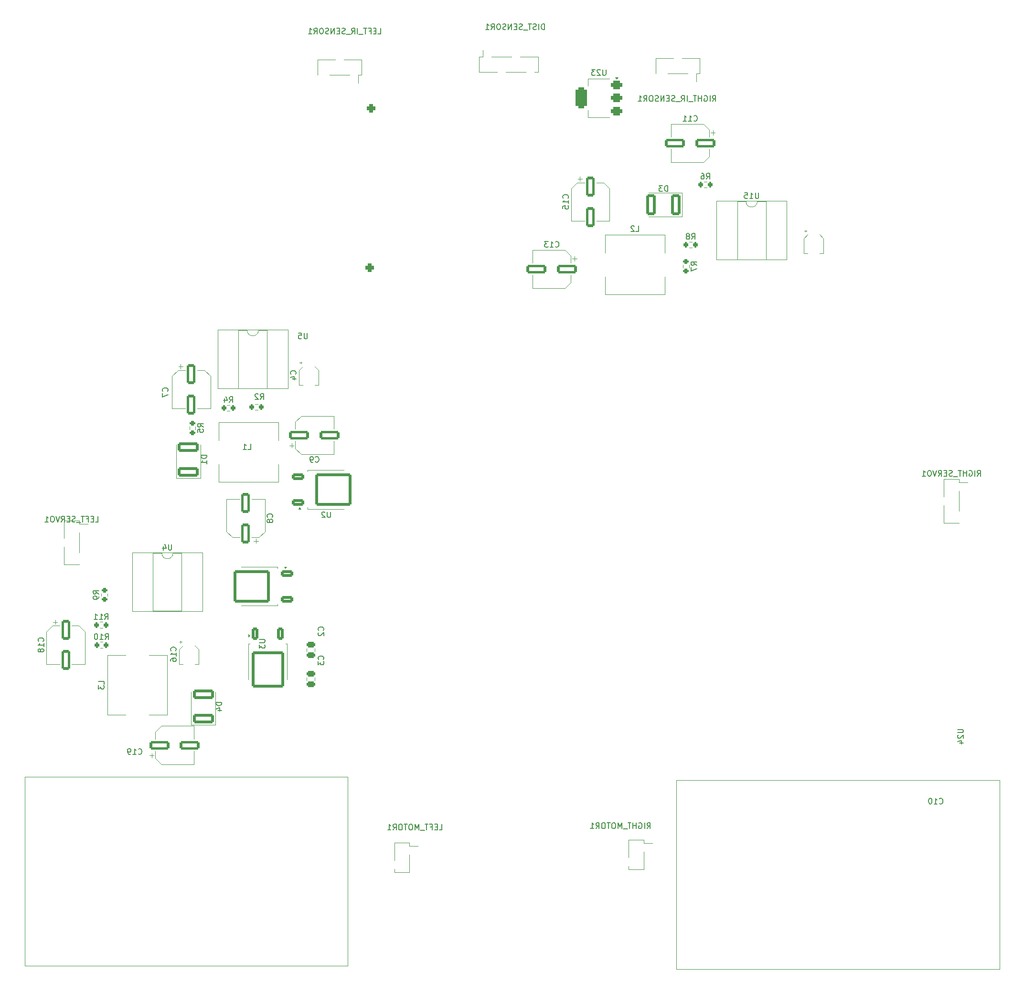
<source format=gbr>
%TF.GenerationSoftware,KiCad,Pcbnew,8.0.2*%
%TF.CreationDate,2025-02-12T15:49:00+05:00*%
%TF.ProjectId,kicad_pcb,6b696361-645f-4706-9362-2e6b69636164,rev?*%
%TF.SameCoordinates,Original*%
%TF.FileFunction,Legend,Bot*%
%TF.FilePolarity,Positive*%
%FSLAX46Y46*%
G04 Gerber Fmt 4.6, Leading zero omitted, Abs format (unit mm)*
G04 Created by KiCad (PCBNEW 8.0.2) date 2025-02-12 15:49:00*
%MOMM*%
%LPD*%
G01*
G04 APERTURE LIST*
G04 Aperture macros list*
%AMRoundRect*
0 Rectangle with rounded corners*
0 $1 Rounding radius*
0 $2 $3 $4 $5 $6 $7 $8 $9 X,Y pos of 4 corners*
0 Add a 4 corners polygon primitive as box body*
4,1,4,$2,$3,$4,$5,$6,$7,$8,$9,$2,$3,0*
0 Add four circle primitives for the rounded corners*
1,1,$1+$1,$2,$3*
1,1,$1+$1,$4,$5*
1,1,$1+$1,$6,$7*
1,1,$1+$1,$8,$9*
0 Add four rect primitives between the rounded corners*
20,1,$1+$1,$2,$3,$4,$5,0*
20,1,$1+$1,$4,$5,$6,$7,0*
20,1,$1+$1,$6,$7,$8,$9,0*
20,1,$1+$1,$8,$9,$2,$3,0*%
G04 Aperture macros list end*
%ADD10C,0.100000*%
%ADD11C,0.150000*%
%ADD12C,0.120000*%
%ADD13C,1.500000*%
%ADD14RoundRect,0.375000X0.375000X-0.375000X0.375000X0.375000X-0.375000X0.375000X-0.375000X-0.375000X0*%
%ADD15R,1.800000X1.800000*%
%ADD16O,1.800000X1.800000*%
%ADD17R,2.020000X5.020000*%
%ADD18O,2.020000X5.020000*%
%ADD19R,1.600000X2.200000*%
%ADD20R,1.000000X2.510000*%
%ADD21RoundRect,0.200000X0.200000X0.275000X-0.200000X0.275000X-0.200000X-0.275000X0.200000X-0.275000X0*%
%ADD22RoundRect,0.250000X1.625000X-0.587500X1.625000X0.587500X-1.625000X0.587500X-1.625000X-0.587500X0*%
%ADD23RoundRect,0.250000X-0.550000X1.500000X-0.550000X-1.500000X0.550000X-1.500000X0.550000X1.500000X0*%
%ADD24RoundRect,0.375000X0.625000X0.375000X-0.625000X0.375000X-0.625000X-0.375000X0.625000X-0.375000X0*%
%ADD25RoundRect,0.500000X0.500000X1.400000X-0.500000X1.400000X-0.500000X-1.400000X0.500000X-1.400000X0*%
%ADD26R,2.510000X1.000000*%
%ADD27R,2.700000X3.600000*%
%ADD28RoundRect,0.250000X-1.500000X-0.550000X1.500000X-0.550000X1.500000X0.550000X-1.500000X0.550000X0*%
%ADD29RoundRect,0.250000X1.500000X0.550000X-1.500000X0.550000X-1.500000X-0.550000X1.500000X-0.550000X0*%
%ADD30R,1.000000X1.900000*%
%ADD31RoundRect,0.200000X0.275000X-0.200000X0.275000X0.200000X-0.275000X0.200000X-0.275000X-0.200000X0*%
%ADD32R,3.100000X1.600000*%
%ADD33RoundRect,0.250000X0.850000X0.350000X-0.850000X0.350000X-0.850000X-0.350000X0.850000X-0.350000X0*%
%ADD34RoundRect,0.249997X2.950003X2.650003X-2.950003X2.650003X-2.950003X-2.650003X2.950003X-2.650003X0*%
%ADD35RoundRect,0.250000X-0.475000X0.250000X-0.475000X-0.250000X0.475000X-0.250000X0.475000X0.250000X0*%
%ADD36RoundRect,0.200000X-0.275000X0.200000X-0.275000X-0.200000X0.275000X-0.200000X0.275000X0.200000X0*%
%ADD37RoundRect,0.250000X0.550000X-1.500000X0.550000X1.500000X-0.550000X1.500000X-0.550000X-1.500000X0*%
%ADD38RoundRect,0.250000X-0.350000X0.850000X-0.350000X-0.850000X0.350000X-0.850000X0.350000X0.850000X0*%
%ADD39RoundRect,0.249997X-2.650003X2.950003X-2.650003X-2.950003X2.650003X-2.950003X2.650003X2.950003X0*%
%ADD40RoundRect,0.250000X0.587500X1.625000X-0.587500X1.625000X-0.587500X-1.625000X0.587500X-1.625000X0*%
%ADD41RoundRect,0.250000X-0.850000X-0.350000X0.850000X-0.350000X0.850000X0.350000X-0.850000X0.350000X0*%
%ADD42RoundRect,0.249997X-2.950003X-2.650003X2.950003X-2.650003X2.950003X2.650003X-2.950003X2.650003X0*%
%ADD43R,3.600000X2.700000*%
G04 APERTURE END LIST*
D10*
X176500000Y-160050000D02*
X233800000Y-160050000D01*
X233800000Y-193550000D01*
X176500000Y-193550000D01*
X176500000Y-160050000D01*
X61000000Y-159450000D02*
X118300000Y-159450000D01*
X118300000Y-192950000D01*
X61000000Y-192950000D01*
X61000000Y-159450000D01*
D11*
X223160857Y-164149580D02*
X223208476Y-164197200D01*
X223208476Y-164197200D02*
X223351333Y-164244819D01*
X223351333Y-164244819D02*
X223446571Y-164244819D01*
X223446571Y-164244819D02*
X223589428Y-164197200D01*
X223589428Y-164197200D02*
X223684666Y-164101961D01*
X223684666Y-164101961D02*
X223732285Y-164006723D01*
X223732285Y-164006723D02*
X223779904Y-163816247D01*
X223779904Y-163816247D02*
X223779904Y-163673390D01*
X223779904Y-163673390D02*
X223732285Y-163482914D01*
X223732285Y-163482914D02*
X223684666Y-163387676D01*
X223684666Y-163387676D02*
X223589428Y-163292438D01*
X223589428Y-163292438D02*
X223446571Y-163244819D01*
X223446571Y-163244819D02*
X223351333Y-163244819D01*
X223351333Y-163244819D02*
X223208476Y-163292438D01*
X223208476Y-163292438D02*
X223160857Y-163340057D01*
X222208476Y-164244819D02*
X222779904Y-164244819D01*
X222494190Y-164244819D02*
X222494190Y-163244819D01*
X222494190Y-163244819D02*
X222589428Y-163387676D01*
X222589428Y-163387676D02*
X222684666Y-163482914D01*
X222684666Y-163482914D02*
X222779904Y-163530533D01*
X221589428Y-163244819D02*
X221494190Y-163244819D01*
X221494190Y-163244819D02*
X221398952Y-163292438D01*
X221398952Y-163292438D02*
X221351333Y-163340057D01*
X221351333Y-163340057D02*
X221303714Y-163435295D01*
X221303714Y-163435295D02*
X221256095Y-163625771D01*
X221256095Y-163625771D02*
X221256095Y-163863866D01*
X221256095Y-163863866D02*
X221303714Y-164054342D01*
X221303714Y-164054342D02*
X221351333Y-164149580D01*
X221351333Y-164149580D02*
X221398952Y-164197200D01*
X221398952Y-164197200D02*
X221494190Y-164244819D01*
X221494190Y-164244819D02*
X221589428Y-164244819D01*
X221589428Y-164244819D02*
X221684666Y-164197200D01*
X221684666Y-164197200D02*
X221732285Y-164149580D01*
X221732285Y-164149580D02*
X221779904Y-164054342D01*
X221779904Y-164054342D02*
X221827523Y-163863866D01*
X221827523Y-163863866D02*
X221827523Y-163625771D01*
X221827523Y-163625771D02*
X221779904Y-163435295D01*
X221779904Y-163435295D02*
X221732285Y-163340057D01*
X221732285Y-163340057D02*
X221684666Y-163292438D01*
X221684666Y-163292438D02*
X221589428Y-163244819D01*
X123613952Y-27600319D02*
X124090142Y-27600319D01*
X124090142Y-27600319D02*
X124090142Y-26600319D01*
X123280618Y-27076509D02*
X122947285Y-27076509D01*
X122804428Y-27600319D02*
X123280618Y-27600319D01*
X123280618Y-27600319D02*
X123280618Y-26600319D01*
X123280618Y-26600319D02*
X122804428Y-26600319D01*
X122042523Y-27076509D02*
X122375856Y-27076509D01*
X122375856Y-27600319D02*
X122375856Y-26600319D01*
X122375856Y-26600319D02*
X121899666Y-26600319D01*
X121661570Y-26600319D02*
X121090142Y-26600319D01*
X121375856Y-27600319D02*
X121375856Y-26600319D01*
X120994904Y-27695557D02*
X120232999Y-27695557D01*
X119994903Y-27600319D02*
X119994903Y-26600319D01*
X118947285Y-27600319D02*
X119280618Y-27124128D01*
X119518713Y-27600319D02*
X119518713Y-26600319D01*
X119518713Y-26600319D02*
X119137761Y-26600319D01*
X119137761Y-26600319D02*
X119042523Y-26647938D01*
X119042523Y-26647938D02*
X118994904Y-26695557D01*
X118994904Y-26695557D02*
X118947285Y-26790795D01*
X118947285Y-26790795D02*
X118947285Y-26933652D01*
X118947285Y-26933652D02*
X118994904Y-27028890D01*
X118994904Y-27028890D02*
X119042523Y-27076509D01*
X119042523Y-27076509D02*
X119137761Y-27124128D01*
X119137761Y-27124128D02*
X119518713Y-27124128D01*
X118756809Y-27695557D02*
X117994904Y-27695557D01*
X117804427Y-27552700D02*
X117661570Y-27600319D01*
X117661570Y-27600319D02*
X117423475Y-27600319D01*
X117423475Y-27600319D02*
X117328237Y-27552700D01*
X117328237Y-27552700D02*
X117280618Y-27505080D01*
X117280618Y-27505080D02*
X117232999Y-27409842D01*
X117232999Y-27409842D02*
X117232999Y-27314604D01*
X117232999Y-27314604D02*
X117280618Y-27219366D01*
X117280618Y-27219366D02*
X117328237Y-27171747D01*
X117328237Y-27171747D02*
X117423475Y-27124128D01*
X117423475Y-27124128D02*
X117613951Y-27076509D01*
X117613951Y-27076509D02*
X117709189Y-27028890D01*
X117709189Y-27028890D02*
X117756808Y-26981271D01*
X117756808Y-26981271D02*
X117804427Y-26886033D01*
X117804427Y-26886033D02*
X117804427Y-26790795D01*
X117804427Y-26790795D02*
X117756808Y-26695557D01*
X117756808Y-26695557D02*
X117709189Y-26647938D01*
X117709189Y-26647938D02*
X117613951Y-26600319D01*
X117613951Y-26600319D02*
X117375856Y-26600319D01*
X117375856Y-26600319D02*
X117232999Y-26647938D01*
X116804427Y-27076509D02*
X116471094Y-27076509D01*
X116328237Y-27600319D02*
X116804427Y-27600319D01*
X116804427Y-27600319D02*
X116804427Y-26600319D01*
X116804427Y-26600319D02*
X116328237Y-26600319D01*
X115899665Y-27600319D02*
X115899665Y-26600319D01*
X115899665Y-26600319D02*
X115328237Y-27600319D01*
X115328237Y-27600319D02*
X115328237Y-26600319D01*
X114899665Y-27552700D02*
X114756808Y-27600319D01*
X114756808Y-27600319D02*
X114518713Y-27600319D01*
X114518713Y-27600319D02*
X114423475Y-27552700D01*
X114423475Y-27552700D02*
X114375856Y-27505080D01*
X114375856Y-27505080D02*
X114328237Y-27409842D01*
X114328237Y-27409842D02*
X114328237Y-27314604D01*
X114328237Y-27314604D02*
X114375856Y-27219366D01*
X114375856Y-27219366D02*
X114423475Y-27171747D01*
X114423475Y-27171747D02*
X114518713Y-27124128D01*
X114518713Y-27124128D02*
X114709189Y-27076509D01*
X114709189Y-27076509D02*
X114804427Y-27028890D01*
X114804427Y-27028890D02*
X114852046Y-26981271D01*
X114852046Y-26981271D02*
X114899665Y-26886033D01*
X114899665Y-26886033D02*
X114899665Y-26790795D01*
X114899665Y-26790795D02*
X114852046Y-26695557D01*
X114852046Y-26695557D02*
X114804427Y-26647938D01*
X114804427Y-26647938D02*
X114709189Y-26600319D01*
X114709189Y-26600319D02*
X114471094Y-26600319D01*
X114471094Y-26600319D02*
X114328237Y-26647938D01*
X113709189Y-26600319D02*
X113518713Y-26600319D01*
X113518713Y-26600319D02*
X113423475Y-26647938D01*
X113423475Y-26647938D02*
X113328237Y-26743176D01*
X113328237Y-26743176D02*
X113280618Y-26933652D01*
X113280618Y-26933652D02*
X113280618Y-27266985D01*
X113280618Y-27266985D02*
X113328237Y-27457461D01*
X113328237Y-27457461D02*
X113423475Y-27552700D01*
X113423475Y-27552700D02*
X113518713Y-27600319D01*
X113518713Y-27600319D02*
X113709189Y-27600319D01*
X113709189Y-27600319D02*
X113804427Y-27552700D01*
X113804427Y-27552700D02*
X113899665Y-27457461D01*
X113899665Y-27457461D02*
X113947284Y-27266985D01*
X113947284Y-27266985D02*
X113947284Y-26933652D01*
X113947284Y-26933652D02*
X113899665Y-26743176D01*
X113899665Y-26743176D02*
X113804427Y-26647938D01*
X113804427Y-26647938D02*
X113709189Y-26600319D01*
X112280618Y-27600319D02*
X112613951Y-27124128D01*
X112852046Y-27600319D02*
X112852046Y-26600319D01*
X112852046Y-26600319D02*
X112471094Y-26600319D01*
X112471094Y-26600319D02*
X112375856Y-26647938D01*
X112375856Y-26647938D02*
X112328237Y-26695557D01*
X112328237Y-26695557D02*
X112280618Y-26790795D01*
X112280618Y-26790795D02*
X112280618Y-26933652D01*
X112280618Y-26933652D02*
X112328237Y-27028890D01*
X112328237Y-27028890D02*
X112375856Y-27076509D01*
X112375856Y-27076509D02*
X112471094Y-27124128D01*
X112471094Y-27124128D02*
X112852046Y-27124128D01*
X111328237Y-27600319D02*
X111899665Y-27600319D01*
X111613951Y-27600319D02*
X111613951Y-26600319D01*
X111613951Y-26600319D02*
X111709189Y-26743176D01*
X111709189Y-26743176D02*
X111804427Y-26838414D01*
X111804427Y-26838414D02*
X111899665Y-26886033D01*
X181839666Y-53380819D02*
X182172999Y-52904628D01*
X182411094Y-53380819D02*
X182411094Y-52380819D01*
X182411094Y-52380819D02*
X182030142Y-52380819D01*
X182030142Y-52380819D02*
X181934904Y-52428438D01*
X181934904Y-52428438D02*
X181887285Y-52476057D01*
X181887285Y-52476057D02*
X181839666Y-52571295D01*
X181839666Y-52571295D02*
X181839666Y-52714152D01*
X181839666Y-52714152D02*
X181887285Y-52809390D01*
X181887285Y-52809390D02*
X181934904Y-52857009D01*
X181934904Y-52857009D02*
X182030142Y-52904628D01*
X182030142Y-52904628D02*
X182411094Y-52904628D01*
X180982523Y-52380819D02*
X181172999Y-52380819D01*
X181172999Y-52380819D02*
X181268237Y-52428438D01*
X181268237Y-52428438D02*
X181315856Y-52476057D01*
X181315856Y-52476057D02*
X181411094Y-52618914D01*
X181411094Y-52618914D02*
X181458713Y-52809390D01*
X181458713Y-52809390D02*
X181458713Y-53190342D01*
X181458713Y-53190342D02*
X181411094Y-53285580D01*
X181411094Y-53285580D02*
X181363475Y-53333200D01*
X181363475Y-53333200D02*
X181268237Y-53380819D01*
X181268237Y-53380819D02*
X181077761Y-53380819D01*
X181077761Y-53380819D02*
X180982523Y-53333200D01*
X180982523Y-53333200D02*
X180934904Y-53285580D01*
X180934904Y-53285580D02*
X180887285Y-53190342D01*
X180887285Y-53190342D02*
X180887285Y-52952247D01*
X180887285Y-52952247D02*
X180934904Y-52857009D01*
X180934904Y-52857009D02*
X180982523Y-52809390D01*
X180982523Y-52809390D02*
X181077761Y-52761771D01*
X181077761Y-52761771D02*
X181268237Y-52761771D01*
X181268237Y-52761771D02*
X181363475Y-52809390D01*
X181363475Y-52809390D02*
X181411094Y-52857009D01*
X181411094Y-52857009D02*
X181458713Y-52952247D01*
X95931819Y-146220405D02*
X94931819Y-146220405D01*
X94931819Y-146220405D02*
X94931819Y-146458500D01*
X94931819Y-146458500D02*
X94979438Y-146601357D01*
X94979438Y-146601357D02*
X95074676Y-146696595D01*
X95074676Y-146696595D02*
X95169914Y-146744214D01*
X95169914Y-146744214D02*
X95360390Y-146791833D01*
X95360390Y-146791833D02*
X95503247Y-146791833D01*
X95503247Y-146791833D02*
X95693723Y-146744214D01*
X95693723Y-146744214D02*
X95788961Y-146696595D01*
X95788961Y-146696595D02*
X95884200Y-146601357D01*
X95884200Y-146601357D02*
X95931819Y-146458500D01*
X95931819Y-146458500D02*
X95931819Y-146220405D01*
X95265152Y-147648976D02*
X95931819Y-147648976D01*
X94884200Y-147410881D02*
X95598485Y-147172786D01*
X95598485Y-147172786D02*
X95598485Y-147791833D01*
X157299580Y-56761142D02*
X157347200Y-56713523D01*
X157347200Y-56713523D02*
X157394819Y-56570666D01*
X157394819Y-56570666D02*
X157394819Y-56475428D01*
X157394819Y-56475428D02*
X157347200Y-56332571D01*
X157347200Y-56332571D02*
X157251961Y-56237333D01*
X157251961Y-56237333D02*
X157156723Y-56189714D01*
X157156723Y-56189714D02*
X156966247Y-56142095D01*
X156966247Y-56142095D02*
X156823390Y-56142095D01*
X156823390Y-56142095D02*
X156632914Y-56189714D01*
X156632914Y-56189714D02*
X156537676Y-56237333D01*
X156537676Y-56237333D02*
X156442438Y-56332571D01*
X156442438Y-56332571D02*
X156394819Y-56475428D01*
X156394819Y-56475428D02*
X156394819Y-56570666D01*
X156394819Y-56570666D02*
X156442438Y-56713523D01*
X156442438Y-56713523D02*
X156490057Y-56761142D01*
X157394819Y-57713523D02*
X157394819Y-57142095D01*
X157394819Y-57427809D02*
X156394819Y-57427809D01*
X156394819Y-57427809D02*
X156537676Y-57332571D01*
X156537676Y-57332571D02*
X156632914Y-57237333D01*
X156632914Y-57237333D02*
X156680533Y-57142095D01*
X156394819Y-58618285D02*
X156394819Y-58142095D01*
X156394819Y-58142095D02*
X156871009Y-58094476D01*
X156871009Y-58094476D02*
X156823390Y-58142095D01*
X156823390Y-58142095D02*
X156775771Y-58237333D01*
X156775771Y-58237333D02*
X156775771Y-58475428D01*
X156775771Y-58475428D02*
X156823390Y-58570666D01*
X156823390Y-58570666D02*
X156871009Y-58618285D01*
X156871009Y-58618285D02*
X156966247Y-58665904D01*
X156966247Y-58665904D02*
X157204342Y-58665904D01*
X157204342Y-58665904D02*
X157299580Y-58618285D01*
X157299580Y-58618285D02*
X157347200Y-58570666D01*
X157347200Y-58570666D02*
X157394819Y-58475428D01*
X157394819Y-58475428D02*
X157394819Y-58237333D01*
X157394819Y-58237333D02*
X157347200Y-58142095D01*
X157347200Y-58142095D02*
X157299580Y-58094476D01*
X179236666Y-64048819D02*
X179569999Y-63572628D01*
X179808094Y-64048819D02*
X179808094Y-63048819D01*
X179808094Y-63048819D02*
X179427142Y-63048819D01*
X179427142Y-63048819D02*
X179331904Y-63096438D01*
X179331904Y-63096438D02*
X179284285Y-63144057D01*
X179284285Y-63144057D02*
X179236666Y-63239295D01*
X179236666Y-63239295D02*
X179236666Y-63382152D01*
X179236666Y-63382152D02*
X179284285Y-63477390D01*
X179284285Y-63477390D02*
X179331904Y-63525009D01*
X179331904Y-63525009D02*
X179427142Y-63572628D01*
X179427142Y-63572628D02*
X179808094Y-63572628D01*
X178665237Y-63477390D02*
X178760475Y-63429771D01*
X178760475Y-63429771D02*
X178808094Y-63382152D01*
X178808094Y-63382152D02*
X178855713Y-63286914D01*
X178855713Y-63286914D02*
X178855713Y-63239295D01*
X178855713Y-63239295D02*
X178808094Y-63144057D01*
X178808094Y-63144057D02*
X178760475Y-63096438D01*
X178760475Y-63096438D02*
X178665237Y-63048819D01*
X178665237Y-63048819D02*
X178474761Y-63048819D01*
X178474761Y-63048819D02*
X178379523Y-63096438D01*
X178379523Y-63096438D02*
X178331904Y-63144057D01*
X178331904Y-63144057D02*
X178284285Y-63239295D01*
X178284285Y-63239295D02*
X178284285Y-63286914D01*
X178284285Y-63286914D02*
X178331904Y-63382152D01*
X178331904Y-63382152D02*
X178379523Y-63429771D01*
X178379523Y-63429771D02*
X178474761Y-63477390D01*
X178474761Y-63477390D02*
X178665237Y-63477390D01*
X178665237Y-63477390D02*
X178760475Y-63525009D01*
X178760475Y-63525009D02*
X178808094Y-63572628D01*
X178808094Y-63572628D02*
X178855713Y-63667866D01*
X178855713Y-63667866D02*
X178855713Y-63858342D01*
X178855713Y-63858342D02*
X178808094Y-63953580D01*
X178808094Y-63953580D02*
X178760475Y-64001200D01*
X178760475Y-64001200D02*
X178665237Y-64048819D01*
X178665237Y-64048819D02*
X178474761Y-64048819D01*
X178474761Y-64048819D02*
X178379523Y-64001200D01*
X178379523Y-64001200D02*
X178331904Y-63953580D01*
X178331904Y-63953580D02*
X178284285Y-63858342D01*
X178284285Y-63858342D02*
X178284285Y-63667866D01*
X178284285Y-63667866D02*
X178331904Y-63572628D01*
X178331904Y-63572628D02*
X178379523Y-63525009D01*
X178379523Y-63525009D02*
X178474761Y-63477390D01*
X164038094Y-33954819D02*
X164038094Y-34764342D01*
X164038094Y-34764342D02*
X163990475Y-34859580D01*
X163990475Y-34859580D02*
X163942856Y-34907200D01*
X163942856Y-34907200D02*
X163847618Y-34954819D01*
X163847618Y-34954819D02*
X163657142Y-34954819D01*
X163657142Y-34954819D02*
X163561904Y-34907200D01*
X163561904Y-34907200D02*
X163514285Y-34859580D01*
X163514285Y-34859580D02*
X163466666Y-34764342D01*
X163466666Y-34764342D02*
X163466666Y-33954819D01*
X163038094Y-34050057D02*
X162990475Y-34002438D01*
X162990475Y-34002438D02*
X162895237Y-33954819D01*
X162895237Y-33954819D02*
X162657142Y-33954819D01*
X162657142Y-33954819D02*
X162561904Y-34002438D01*
X162561904Y-34002438D02*
X162514285Y-34050057D01*
X162514285Y-34050057D02*
X162466666Y-34145295D01*
X162466666Y-34145295D02*
X162466666Y-34240533D01*
X162466666Y-34240533D02*
X162514285Y-34383390D01*
X162514285Y-34383390D02*
X163085713Y-34954819D01*
X163085713Y-34954819D02*
X162466666Y-34954819D01*
X162133332Y-33954819D02*
X161514285Y-33954819D01*
X161514285Y-33954819D02*
X161847618Y-34335771D01*
X161847618Y-34335771D02*
X161704761Y-34335771D01*
X161704761Y-34335771D02*
X161609523Y-34383390D01*
X161609523Y-34383390D02*
X161561904Y-34431009D01*
X161561904Y-34431009D02*
X161514285Y-34526247D01*
X161514285Y-34526247D02*
X161514285Y-34764342D01*
X161514285Y-34764342D02*
X161561904Y-34859580D01*
X161561904Y-34859580D02*
X161609523Y-34907200D01*
X161609523Y-34907200D02*
X161704761Y-34954819D01*
X161704761Y-34954819D02*
X161990475Y-34954819D01*
X161990475Y-34954819D02*
X162085713Y-34907200D01*
X162085713Y-34907200D02*
X162133332Y-34859580D01*
X73532476Y-114202819D02*
X74008666Y-114202819D01*
X74008666Y-114202819D02*
X74008666Y-113202819D01*
X73199142Y-113679009D02*
X72865809Y-113679009D01*
X72722952Y-114202819D02*
X73199142Y-114202819D01*
X73199142Y-114202819D02*
X73199142Y-113202819D01*
X73199142Y-113202819D02*
X72722952Y-113202819D01*
X71961047Y-113679009D02*
X72294380Y-113679009D01*
X72294380Y-114202819D02*
X72294380Y-113202819D01*
X72294380Y-113202819D02*
X71818190Y-113202819D01*
X71580094Y-113202819D02*
X71008666Y-113202819D01*
X71294380Y-114202819D02*
X71294380Y-113202819D01*
X70913428Y-114298057D02*
X70151523Y-114298057D01*
X69961046Y-114155200D02*
X69818189Y-114202819D01*
X69818189Y-114202819D02*
X69580094Y-114202819D01*
X69580094Y-114202819D02*
X69484856Y-114155200D01*
X69484856Y-114155200D02*
X69437237Y-114107580D01*
X69437237Y-114107580D02*
X69389618Y-114012342D01*
X69389618Y-114012342D02*
X69389618Y-113917104D01*
X69389618Y-113917104D02*
X69437237Y-113821866D01*
X69437237Y-113821866D02*
X69484856Y-113774247D01*
X69484856Y-113774247D02*
X69580094Y-113726628D01*
X69580094Y-113726628D02*
X69770570Y-113679009D01*
X69770570Y-113679009D02*
X69865808Y-113631390D01*
X69865808Y-113631390D02*
X69913427Y-113583771D01*
X69913427Y-113583771D02*
X69961046Y-113488533D01*
X69961046Y-113488533D02*
X69961046Y-113393295D01*
X69961046Y-113393295D02*
X69913427Y-113298057D01*
X69913427Y-113298057D02*
X69865808Y-113250438D01*
X69865808Y-113250438D02*
X69770570Y-113202819D01*
X69770570Y-113202819D02*
X69532475Y-113202819D01*
X69532475Y-113202819D02*
X69389618Y-113250438D01*
X68961046Y-113679009D02*
X68627713Y-113679009D01*
X68484856Y-114202819D02*
X68961046Y-114202819D01*
X68961046Y-114202819D02*
X68961046Y-113202819D01*
X68961046Y-113202819D02*
X68484856Y-113202819D01*
X67484856Y-114202819D02*
X67818189Y-113726628D01*
X68056284Y-114202819D02*
X68056284Y-113202819D01*
X68056284Y-113202819D02*
X67675332Y-113202819D01*
X67675332Y-113202819D02*
X67580094Y-113250438D01*
X67580094Y-113250438D02*
X67532475Y-113298057D01*
X67532475Y-113298057D02*
X67484856Y-113393295D01*
X67484856Y-113393295D02*
X67484856Y-113536152D01*
X67484856Y-113536152D02*
X67532475Y-113631390D01*
X67532475Y-113631390D02*
X67580094Y-113679009D01*
X67580094Y-113679009D02*
X67675332Y-113726628D01*
X67675332Y-113726628D02*
X68056284Y-113726628D01*
X67199141Y-113202819D02*
X66865808Y-114202819D01*
X66865808Y-114202819D02*
X66532475Y-113202819D01*
X66008665Y-113202819D02*
X65818189Y-113202819D01*
X65818189Y-113202819D02*
X65722951Y-113250438D01*
X65722951Y-113250438D02*
X65627713Y-113345676D01*
X65627713Y-113345676D02*
X65580094Y-113536152D01*
X65580094Y-113536152D02*
X65580094Y-113869485D01*
X65580094Y-113869485D02*
X65627713Y-114059961D01*
X65627713Y-114059961D02*
X65722951Y-114155200D01*
X65722951Y-114155200D02*
X65818189Y-114202819D01*
X65818189Y-114202819D02*
X66008665Y-114202819D01*
X66008665Y-114202819D02*
X66103903Y-114155200D01*
X66103903Y-114155200D02*
X66199141Y-114059961D01*
X66199141Y-114059961D02*
X66246760Y-113869485D01*
X66246760Y-113869485D02*
X66246760Y-113536152D01*
X66246760Y-113536152D02*
X66199141Y-113345676D01*
X66199141Y-113345676D02*
X66103903Y-113250438D01*
X66103903Y-113250438D02*
X66008665Y-113202819D01*
X64627713Y-114202819D02*
X65199141Y-114202819D01*
X64913427Y-114202819D02*
X64913427Y-113202819D01*
X64913427Y-113202819D02*
X65008665Y-113345676D01*
X65008665Y-113345676D02*
X65103903Y-113440914D01*
X65103903Y-113440914D02*
X65199141Y-113488533D01*
X100566666Y-101354819D02*
X101042856Y-101354819D01*
X101042856Y-101354819D02*
X101042856Y-100354819D01*
X99709523Y-101354819D02*
X100280951Y-101354819D01*
X99995237Y-101354819D02*
X99995237Y-100354819D01*
X99995237Y-100354819D02*
X100090475Y-100497676D01*
X100090475Y-100497676D02*
X100185713Y-100592914D01*
X100185713Y-100592914D02*
X100280951Y-100640533D01*
X81142857Y-155359580D02*
X81190476Y-155407200D01*
X81190476Y-155407200D02*
X81333333Y-155454819D01*
X81333333Y-155454819D02*
X81428571Y-155454819D01*
X81428571Y-155454819D02*
X81571428Y-155407200D01*
X81571428Y-155407200D02*
X81666666Y-155311961D01*
X81666666Y-155311961D02*
X81714285Y-155216723D01*
X81714285Y-155216723D02*
X81761904Y-155026247D01*
X81761904Y-155026247D02*
X81761904Y-154883390D01*
X81761904Y-154883390D02*
X81714285Y-154692914D01*
X81714285Y-154692914D02*
X81666666Y-154597676D01*
X81666666Y-154597676D02*
X81571428Y-154502438D01*
X81571428Y-154502438D02*
X81428571Y-154454819D01*
X81428571Y-154454819D02*
X81333333Y-154454819D01*
X81333333Y-154454819D02*
X81190476Y-154502438D01*
X81190476Y-154502438D02*
X81142857Y-154550057D01*
X80190476Y-155454819D02*
X80761904Y-155454819D01*
X80476190Y-155454819D02*
X80476190Y-154454819D01*
X80476190Y-154454819D02*
X80571428Y-154597676D01*
X80571428Y-154597676D02*
X80666666Y-154692914D01*
X80666666Y-154692914D02*
X80761904Y-154740533D01*
X79714285Y-155454819D02*
X79523809Y-155454819D01*
X79523809Y-155454819D02*
X79428571Y-155407200D01*
X79428571Y-155407200D02*
X79380952Y-155359580D01*
X79380952Y-155359580D02*
X79285714Y-155216723D01*
X79285714Y-155216723D02*
X79238095Y-155026247D01*
X79238095Y-155026247D02*
X79238095Y-154645295D01*
X79238095Y-154645295D02*
X79285714Y-154550057D01*
X79285714Y-154550057D02*
X79333333Y-154502438D01*
X79333333Y-154502438D02*
X79428571Y-154454819D01*
X79428571Y-154454819D02*
X79619047Y-154454819D01*
X79619047Y-154454819D02*
X79714285Y-154502438D01*
X79714285Y-154502438D02*
X79761904Y-154550057D01*
X79761904Y-154550057D02*
X79809523Y-154645295D01*
X79809523Y-154645295D02*
X79809523Y-154883390D01*
X79809523Y-154883390D02*
X79761904Y-154978628D01*
X79761904Y-154978628D02*
X79714285Y-155026247D01*
X79714285Y-155026247D02*
X79619047Y-155073866D01*
X79619047Y-155073866D02*
X79428571Y-155073866D01*
X79428571Y-155073866D02*
X79333333Y-155026247D01*
X79333333Y-155026247D02*
X79285714Y-154978628D01*
X79285714Y-154978628D02*
X79238095Y-154883390D01*
X86305580Y-91019333D02*
X86353200Y-90971714D01*
X86353200Y-90971714D02*
X86400819Y-90828857D01*
X86400819Y-90828857D02*
X86400819Y-90733619D01*
X86400819Y-90733619D02*
X86353200Y-90590762D01*
X86353200Y-90590762D02*
X86257961Y-90495524D01*
X86257961Y-90495524D02*
X86162723Y-90447905D01*
X86162723Y-90447905D02*
X85972247Y-90400286D01*
X85972247Y-90400286D02*
X85829390Y-90400286D01*
X85829390Y-90400286D02*
X85638914Y-90447905D01*
X85638914Y-90447905D02*
X85543676Y-90495524D01*
X85543676Y-90495524D02*
X85448438Y-90590762D01*
X85448438Y-90590762D02*
X85400819Y-90733619D01*
X85400819Y-90733619D02*
X85400819Y-90828857D01*
X85400819Y-90828857D02*
X85448438Y-90971714D01*
X85448438Y-90971714D02*
X85496057Y-91019333D01*
X85400819Y-91352667D02*
X85400819Y-92019333D01*
X85400819Y-92019333D02*
X86400819Y-91590762D01*
X97288666Y-93004819D02*
X97621999Y-92528628D01*
X97860094Y-93004819D02*
X97860094Y-92004819D01*
X97860094Y-92004819D02*
X97479142Y-92004819D01*
X97479142Y-92004819D02*
X97383904Y-92052438D01*
X97383904Y-92052438D02*
X97336285Y-92100057D01*
X97336285Y-92100057D02*
X97288666Y-92195295D01*
X97288666Y-92195295D02*
X97288666Y-92338152D01*
X97288666Y-92338152D02*
X97336285Y-92433390D01*
X97336285Y-92433390D02*
X97383904Y-92481009D01*
X97383904Y-92481009D02*
X97479142Y-92528628D01*
X97479142Y-92528628D02*
X97860094Y-92528628D01*
X96431523Y-92338152D02*
X96431523Y-93004819D01*
X96669618Y-91957200D02*
X96907713Y-92671485D01*
X96907713Y-92671485D02*
X96288666Y-92671485D01*
X179618857Y-42999580D02*
X179666476Y-43047200D01*
X179666476Y-43047200D02*
X179809333Y-43094819D01*
X179809333Y-43094819D02*
X179904571Y-43094819D01*
X179904571Y-43094819D02*
X180047428Y-43047200D01*
X180047428Y-43047200D02*
X180142666Y-42951961D01*
X180142666Y-42951961D02*
X180190285Y-42856723D01*
X180190285Y-42856723D02*
X180237904Y-42666247D01*
X180237904Y-42666247D02*
X180237904Y-42523390D01*
X180237904Y-42523390D02*
X180190285Y-42332914D01*
X180190285Y-42332914D02*
X180142666Y-42237676D01*
X180142666Y-42237676D02*
X180047428Y-42142438D01*
X180047428Y-42142438D02*
X179904571Y-42094819D01*
X179904571Y-42094819D02*
X179809333Y-42094819D01*
X179809333Y-42094819D02*
X179666476Y-42142438D01*
X179666476Y-42142438D02*
X179618857Y-42190057D01*
X178666476Y-43094819D02*
X179237904Y-43094819D01*
X178952190Y-43094819D02*
X178952190Y-42094819D01*
X178952190Y-42094819D02*
X179047428Y-42237676D01*
X179047428Y-42237676D02*
X179142666Y-42332914D01*
X179142666Y-42332914D02*
X179237904Y-42380533D01*
X177714095Y-43094819D02*
X178285523Y-43094819D01*
X177999809Y-43094819D02*
X177999809Y-42094819D01*
X177999809Y-42094819D02*
X178095047Y-42237676D01*
X178095047Y-42237676D02*
X178190285Y-42332914D01*
X178190285Y-42332914D02*
X178285523Y-42380533D01*
X87759580Y-137057142D02*
X87807200Y-137009523D01*
X87807200Y-137009523D02*
X87854819Y-136866666D01*
X87854819Y-136866666D02*
X87854819Y-136771428D01*
X87854819Y-136771428D02*
X87807200Y-136628571D01*
X87807200Y-136628571D02*
X87711961Y-136533333D01*
X87711961Y-136533333D02*
X87616723Y-136485714D01*
X87616723Y-136485714D02*
X87426247Y-136438095D01*
X87426247Y-136438095D02*
X87283390Y-136438095D01*
X87283390Y-136438095D02*
X87092914Y-136485714D01*
X87092914Y-136485714D02*
X86997676Y-136533333D01*
X86997676Y-136533333D02*
X86902438Y-136628571D01*
X86902438Y-136628571D02*
X86854819Y-136771428D01*
X86854819Y-136771428D02*
X86854819Y-136866666D01*
X86854819Y-136866666D02*
X86902438Y-137009523D01*
X86902438Y-137009523D02*
X86950057Y-137057142D01*
X87854819Y-138009523D02*
X87854819Y-137438095D01*
X87854819Y-137723809D02*
X86854819Y-137723809D01*
X86854819Y-137723809D02*
X86997676Y-137628571D01*
X86997676Y-137628571D02*
X87092914Y-137533333D01*
X87092914Y-137533333D02*
X87140533Y-137438095D01*
X86854819Y-138866666D02*
X86854819Y-138676190D01*
X86854819Y-138676190D02*
X86902438Y-138580952D01*
X86902438Y-138580952D02*
X86950057Y-138533333D01*
X86950057Y-138533333D02*
X87092914Y-138438095D01*
X87092914Y-138438095D02*
X87283390Y-138390476D01*
X87283390Y-138390476D02*
X87664342Y-138390476D01*
X87664342Y-138390476D02*
X87759580Y-138438095D01*
X87759580Y-138438095D02*
X87807200Y-138485714D01*
X87807200Y-138485714D02*
X87854819Y-138580952D01*
X87854819Y-138580952D02*
X87854819Y-138771428D01*
X87854819Y-138771428D02*
X87807200Y-138866666D01*
X87807200Y-138866666D02*
X87759580Y-138914285D01*
X87759580Y-138914285D02*
X87664342Y-138961904D01*
X87664342Y-138961904D02*
X87426247Y-138961904D01*
X87426247Y-138961904D02*
X87331009Y-138914285D01*
X87331009Y-138914285D02*
X87283390Y-138866666D01*
X87283390Y-138866666D02*
X87235771Y-138771428D01*
X87235771Y-138771428D02*
X87235771Y-138580952D01*
X87235771Y-138580952D02*
X87283390Y-138485714D01*
X87283390Y-138485714D02*
X87331009Y-138438095D01*
X87331009Y-138438095D02*
X87426247Y-138390476D01*
X153120666Y-26838319D02*
X153120666Y-25838319D01*
X153120666Y-25838319D02*
X152882571Y-25838319D01*
X152882571Y-25838319D02*
X152739714Y-25885938D01*
X152739714Y-25885938D02*
X152644476Y-25981176D01*
X152644476Y-25981176D02*
X152596857Y-26076414D01*
X152596857Y-26076414D02*
X152549238Y-26266890D01*
X152549238Y-26266890D02*
X152549238Y-26409747D01*
X152549238Y-26409747D02*
X152596857Y-26600223D01*
X152596857Y-26600223D02*
X152644476Y-26695461D01*
X152644476Y-26695461D02*
X152739714Y-26790700D01*
X152739714Y-26790700D02*
X152882571Y-26838319D01*
X152882571Y-26838319D02*
X153120666Y-26838319D01*
X152120666Y-26838319D02*
X152120666Y-25838319D01*
X151692095Y-26790700D02*
X151549238Y-26838319D01*
X151549238Y-26838319D02*
X151311143Y-26838319D01*
X151311143Y-26838319D02*
X151215905Y-26790700D01*
X151215905Y-26790700D02*
X151168286Y-26743080D01*
X151168286Y-26743080D02*
X151120667Y-26647842D01*
X151120667Y-26647842D02*
X151120667Y-26552604D01*
X151120667Y-26552604D02*
X151168286Y-26457366D01*
X151168286Y-26457366D02*
X151215905Y-26409747D01*
X151215905Y-26409747D02*
X151311143Y-26362128D01*
X151311143Y-26362128D02*
X151501619Y-26314509D01*
X151501619Y-26314509D02*
X151596857Y-26266890D01*
X151596857Y-26266890D02*
X151644476Y-26219271D01*
X151644476Y-26219271D02*
X151692095Y-26124033D01*
X151692095Y-26124033D02*
X151692095Y-26028795D01*
X151692095Y-26028795D02*
X151644476Y-25933557D01*
X151644476Y-25933557D02*
X151596857Y-25885938D01*
X151596857Y-25885938D02*
X151501619Y-25838319D01*
X151501619Y-25838319D02*
X151263524Y-25838319D01*
X151263524Y-25838319D02*
X151120667Y-25885938D01*
X150834952Y-25838319D02*
X150263524Y-25838319D01*
X150549238Y-26838319D02*
X150549238Y-25838319D01*
X150168286Y-26933557D02*
X149406381Y-26933557D01*
X149215904Y-26790700D02*
X149073047Y-26838319D01*
X149073047Y-26838319D02*
X148834952Y-26838319D01*
X148834952Y-26838319D02*
X148739714Y-26790700D01*
X148739714Y-26790700D02*
X148692095Y-26743080D01*
X148692095Y-26743080D02*
X148644476Y-26647842D01*
X148644476Y-26647842D02*
X148644476Y-26552604D01*
X148644476Y-26552604D02*
X148692095Y-26457366D01*
X148692095Y-26457366D02*
X148739714Y-26409747D01*
X148739714Y-26409747D02*
X148834952Y-26362128D01*
X148834952Y-26362128D02*
X149025428Y-26314509D01*
X149025428Y-26314509D02*
X149120666Y-26266890D01*
X149120666Y-26266890D02*
X149168285Y-26219271D01*
X149168285Y-26219271D02*
X149215904Y-26124033D01*
X149215904Y-26124033D02*
X149215904Y-26028795D01*
X149215904Y-26028795D02*
X149168285Y-25933557D01*
X149168285Y-25933557D02*
X149120666Y-25885938D01*
X149120666Y-25885938D02*
X149025428Y-25838319D01*
X149025428Y-25838319D02*
X148787333Y-25838319D01*
X148787333Y-25838319D02*
X148644476Y-25885938D01*
X148215904Y-26314509D02*
X147882571Y-26314509D01*
X147739714Y-26838319D02*
X148215904Y-26838319D01*
X148215904Y-26838319D02*
X148215904Y-25838319D01*
X148215904Y-25838319D02*
X147739714Y-25838319D01*
X147311142Y-26838319D02*
X147311142Y-25838319D01*
X147311142Y-25838319D02*
X146739714Y-26838319D01*
X146739714Y-26838319D02*
X146739714Y-25838319D01*
X146311142Y-26790700D02*
X146168285Y-26838319D01*
X146168285Y-26838319D02*
X145930190Y-26838319D01*
X145930190Y-26838319D02*
X145834952Y-26790700D01*
X145834952Y-26790700D02*
X145787333Y-26743080D01*
X145787333Y-26743080D02*
X145739714Y-26647842D01*
X145739714Y-26647842D02*
X145739714Y-26552604D01*
X145739714Y-26552604D02*
X145787333Y-26457366D01*
X145787333Y-26457366D02*
X145834952Y-26409747D01*
X145834952Y-26409747D02*
X145930190Y-26362128D01*
X145930190Y-26362128D02*
X146120666Y-26314509D01*
X146120666Y-26314509D02*
X146215904Y-26266890D01*
X146215904Y-26266890D02*
X146263523Y-26219271D01*
X146263523Y-26219271D02*
X146311142Y-26124033D01*
X146311142Y-26124033D02*
X146311142Y-26028795D01*
X146311142Y-26028795D02*
X146263523Y-25933557D01*
X146263523Y-25933557D02*
X146215904Y-25885938D01*
X146215904Y-25885938D02*
X146120666Y-25838319D01*
X146120666Y-25838319D02*
X145882571Y-25838319D01*
X145882571Y-25838319D02*
X145739714Y-25885938D01*
X145120666Y-25838319D02*
X144930190Y-25838319D01*
X144930190Y-25838319D02*
X144834952Y-25885938D01*
X144834952Y-25885938D02*
X144739714Y-25981176D01*
X144739714Y-25981176D02*
X144692095Y-26171652D01*
X144692095Y-26171652D02*
X144692095Y-26504985D01*
X144692095Y-26504985D02*
X144739714Y-26695461D01*
X144739714Y-26695461D02*
X144834952Y-26790700D01*
X144834952Y-26790700D02*
X144930190Y-26838319D01*
X144930190Y-26838319D02*
X145120666Y-26838319D01*
X145120666Y-26838319D02*
X145215904Y-26790700D01*
X145215904Y-26790700D02*
X145311142Y-26695461D01*
X145311142Y-26695461D02*
X145358761Y-26504985D01*
X145358761Y-26504985D02*
X145358761Y-26171652D01*
X145358761Y-26171652D02*
X145311142Y-25981176D01*
X145311142Y-25981176D02*
X145215904Y-25885938D01*
X145215904Y-25885938D02*
X145120666Y-25838319D01*
X143692095Y-26838319D02*
X144025428Y-26362128D01*
X144263523Y-26838319D02*
X144263523Y-25838319D01*
X144263523Y-25838319D02*
X143882571Y-25838319D01*
X143882571Y-25838319D02*
X143787333Y-25885938D01*
X143787333Y-25885938D02*
X143739714Y-25933557D01*
X143739714Y-25933557D02*
X143692095Y-26028795D01*
X143692095Y-26028795D02*
X143692095Y-26171652D01*
X143692095Y-26171652D02*
X143739714Y-26266890D01*
X143739714Y-26266890D02*
X143787333Y-26314509D01*
X143787333Y-26314509D02*
X143882571Y-26362128D01*
X143882571Y-26362128D02*
X144263523Y-26362128D01*
X142739714Y-26838319D02*
X143311142Y-26838319D01*
X143025428Y-26838319D02*
X143025428Y-25838319D01*
X143025428Y-25838319D02*
X143120666Y-25981176D01*
X143120666Y-25981176D02*
X143215904Y-26076414D01*
X143215904Y-26076414D02*
X143311142Y-26124033D01*
X64282580Y-135393642D02*
X64330200Y-135346023D01*
X64330200Y-135346023D02*
X64377819Y-135203166D01*
X64377819Y-135203166D02*
X64377819Y-135107928D01*
X64377819Y-135107928D02*
X64330200Y-134965071D01*
X64330200Y-134965071D02*
X64234961Y-134869833D01*
X64234961Y-134869833D02*
X64139723Y-134822214D01*
X64139723Y-134822214D02*
X63949247Y-134774595D01*
X63949247Y-134774595D02*
X63806390Y-134774595D01*
X63806390Y-134774595D02*
X63615914Y-134822214D01*
X63615914Y-134822214D02*
X63520676Y-134869833D01*
X63520676Y-134869833D02*
X63425438Y-134965071D01*
X63425438Y-134965071D02*
X63377819Y-135107928D01*
X63377819Y-135107928D02*
X63377819Y-135203166D01*
X63377819Y-135203166D02*
X63425438Y-135346023D01*
X63425438Y-135346023D02*
X63473057Y-135393642D01*
X64377819Y-136346023D02*
X64377819Y-135774595D01*
X64377819Y-136060309D02*
X63377819Y-136060309D01*
X63377819Y-136060309D02*
X63520676Y-135965071D01*
X63520676Y-135965071D02*
X63615914Y-135869833D01*
X63615914Y-135869833D02*
X63663533Y-135774595D01*
X63806390Y-136917452D02*
X63758771Y-136822214D01*
X63758771Y-136822214D02*
X63711152Y-136774595D01*
X63711152Y-136774595D02*
X63615914Y-136726976D01*
X63615914Y-136726976D02*
X63568295Y-136726976D01*
X63568295Y-136726976D02*
X63473057Y-136774595D01*
X63473057Y-136774595D02*
X63425438Y-136822214D01*
X63425438Y-136822214D02*
X63377819Y-136917452D01*
X63377819Y-136917452D02*
X63377819Y-137107928D01*
X63377819Y-137107928D02*
X63425438Y-137203166D01*
X63425438Y-137203166D02*
X63473057Y-137250785D01*
X63473057Y-137250785D02*
X63568295Y-137298404D01*
X63568295Y-137298404D02*
X63615914Y-137298404D01*
X63615914Y-137298404D02*
X63711152Y-137250785D01*
X63711152Y-137250785D02*
X63758771Y-137203166D01*
X63758771Y-137203166D02*
X63806390Y-137107928D01*
X63806390Y-137107928D02*
X63806390Y-136917452D01*
X63806390Y-136917452D02*
X63854009Y-136822214D01*
X63854009Y-136822214D02*
X63901628Y-136774595D01*
X63901628Y-136774595D02*
X63996866Y-136726976D01*
X63996866Y-136726976D02*
X64187342Y-136726976D01*
X64187342Y-136726976D02*
X64282580Y-136774595D01*
X64282580Y-136774595D02*
X64330200Y-136822214D01*
X64330200Y-136822214D02*
X64377819Y-136917452D01*
X64377819Y-136917452D02*
X64377819Y-137107928D01*
X64377819Y-137107928D02*
X64330200Y-137203166D01*
X64330200Y-137203166D02*
X64282580Y-137250785D01*
X64282580Y-137250785D02*
X64187342Y-137298404D01*
X64187342Y-137298404D02*
X63996866Y-137298404D01*
X63996866Y-137298404D02*
X63901628Y-137250785D01*
X63901628Y-137250785D02*
X63854009Y-137203166D01*
X63854009Y-137203166D02*
X63806390Y-137107928D01*
X75202857Y-131505319D02*
X75536190Y-131029128D01*
X75774285Y-131505319D02*
X75774285Y-130505319D01*
X75774285Y-130505319D02*
X75393333Y-130505319D01*
X75393333Y-130505319D02*
X75298095Y-130552938D01*
X75298095Y-130552938D02*
X75250476Y-130600557D01*
X75250476Y-130600557D02*
X75202857Y-130695795D01*
X75202857Y-130695795D02*
X75202857Y-130838652D01*
X75202857Y-130838652D02*
X75250476Y-130933890D01*
X75250476Y-130933890D02*
X75298095Y-130981509D01*
X75298095Y-130981509D02*
X75393333Y-131029128D01*
X75393333Y-131029128D02*
X75774285Y-131029128D01*
X74250476Y-131505319D02*
X74821904Y-131505319D01*
X74536190Y-131505319D02*
X74536190Y-130505319D01*
X74536190Y-130505319D02*
X74631428Y-130648176D01*
X74631428Y-130648176D02*
X74726666Y-130743414D01*
X74726666Y-130743414D02*
X74821904Y-130791033D01*
X73298095Y-131505319D02*
X73869523Y-131505319D01*
X73583809Y-131505319D02*
X73583809Y-130505319D01*
X73583809Y-130505319D02*
X73679047Y-130648176D01*
X73679047Y-130648176D02*
X73774285Y-130743414D01*
X73774285Y-130743414D02*
X73869523Y-130791033D01*
X92656819Y-97369333D02*
X92180628Y-97036000D01*
X92656819Y-96797905D02*
X91656819Y-96797905D01*
X91656819Y-96797905D02*
X91656819Y-97178857D01*
X91656819Y-97178857D02*
X91704438Y-97274095D01*
X91704438Y-97274095D02*
X91752057Y-97321714D01*
X91752057Y-97321714D02*
X91847295Y-97369333D01*
X91847295Y-97369333D02*
X91990152Y-97369333D01*
X91990152Y-97369333D02*
X92085390Y-97321714D01*
X92085390Y-97321714D02*
X92133009Y-97274095D01*
X92133009Y-97274095D02*
X92180628Y-97178857D01*
X92180628Y-97178857D02*
X92180628Y-96797905D01*
X91656819Y-98274095D02*
X91656819Y-97797905D01*
X91656819Y-97797905D02*
X92133009Y-97750286D01*
X92133009Y-97750286D02*
X92085390Y-97797905D01*
X92085390Y-97797905D02*
X92037771Y-97893143D01*
X92037771Y-97893143D02*
X92037771Y-98131238D01*
X92037771Y-98131238D02*
X92085390Y-98226476D01*
X92085390Y-98226476D02*
X92133009Y-98274095D01*
X92133009Y-98274095D02*
X92228247Y-98321714D01*
X92228247Y-98321714D02*
X92466342Y-98321714D01*
X92466342Y-98321714D02*
X92561580Y-98274095D01*
X92561580Y-98274095D02*
X92609200Y-98226476D01*
X92609200Y-98226476D02*
X92656819Y-98131238D01*
X92656819Y-98131238D02*
X92656819Y-97893143D01*
X92656819Y-97893143D02*
X92609200Y-97797905D01*
X92609200Y-97797905D02*
X92561580Y-97750286D01*
X191103094Y-55798819D02*
X191103094Y-56608342D01*
X191103094Y-56608342D02*
X191055475Y-56703580D01*
X191055475Y-56703580D02*
X191007856Y-56751200D01*
X191007856Y-56751200D02*
X190912618Y-56798819D01*
X190912618Y-56798819D02*
X190722142Y-56798819D01*
X190722142Y-56798819D02*
X190626904Y-56751200D01*
X190626904Y-56751200D02*
X190579285Y-56703580D01*
X190579285Y-56703580D02*
X190531666Y-56608342D01*
X190531666Y-56608342D02*
X190531666Y-55798819D01*
X189531666Y-56798819D02*
X190103094Y-56798819D01*
X189817380Y-56798819D02*
X189817380Y-55798819D01*
X189817380Y-55798819D02*
X189912618Y-55941676D01*
X189912618Y-55941676D02*
X190007856Y-56036914D01*
X190007856Y-56036914D02*
X190103094Y-56084533D01*
X188626904Y-55798819D02*
X189103094Y-55798819D01*
X189103094Y-55798819D02*
X189150713Y-56275009D01*
X189150713Y-56275009D02*
X189103094Y-56227390D01*
X189103094Y-56227390D02*
X189007856Y-56179771D01*
X189007856Y-56179771D02*
X188769761Y-56179771D01*
X188769761Y-56179771D02*
X188674523Y-56227390D01*
X188674523Y-56227390D02*
X188626904Y-56275009D01*
X188626904Y-56275009D02*
X188579285Y-56370247D01*
X188579285Y-56370247D02*
X188579285Y-56608342D01*
X188579285Y-56608342D02*
X188626904Y-56703580D01*
X188626904Y-56703580D02*
X188674523Y-56751200D01*
X188674523Y-56751200D02*
X188769761Y-56798819D01*
X188769761Y-56798819D02*
X189007856Y-56798819D01*
X189007856Y-56798819D02*
X189103094Y-56751200D01*
X189103094Y-56751200D02*
X189150713Y-56703580D01*
X171314476Y-168602819D02*
X171647809Y-168126628D01*
X171885904Y-168602819D02*
X171885904Y-167602819D01*
X171885904Y-167602819D02*
X171504952Y-167602819D01*
X171504952Y-167602819D02*
X171409714Y-167650438D01*
X171409714Y-167650438D02*
X171362095Y-167698057D01*
X171362095Y-167698057D02*
X171314476Y-167793295D01*
X171314476Y-167793295D02*
X171314476Y-167936152D01*
X171314476Y-167936152D02*
X171362095Y-168031390D01*
X171362095Y-168031390D02*
X171409714Y-168079009D01*
X171409714Y-168079009D02*
X171504952Y-168126628D01*
X171504952Y-168126628D02*
X171885904Y-168126628D01*
X170885904Y-168602819D02*
X170885904Y-167602819D01*
X169885905Y-167650438D02*
X169981143Y-167602819D01*
X169981143Y-167602819D02*
X170124000Y-167602819D01*
X170124000Y-167602819D02*
X170266857Y-167650438D01*
X170266857Y-167650438D02*
X170362095Y-167745676D01*
X170362095Y-167745676D02*
X170409714Y-167840914D01*
X170409714Y-167840914D02*
X170457333Y-168031390D01*
X170457333Y-168031390D02*
X170457333Y-168174247D01*
X170457333Y-168174247D02*
X170409714Y-168364723D01*
X170409714Y-168364723D02*
X170362095Y-168459961D01*
X170362095Y-168459961D02*
X170266857Y-168555200D01*
X170266857Y-168555200D02*
X170124000Y-168602819D01*
X170124000Y-168602819D02*
X170028762Y-168602819D01*
X170028762Y-168602819D02*
X169885905Y-168555200D01*
X169885905Y-168555200D02*
X169838286Y-168507580D01*
X169838286Y-168507580D02*
X169838286Y-168174247D01*
X169838286Y-168174247D02*
X170028762Y-168174247D01*
X169409714Y-168602819D02*
X169409714Y-167602819D01*
X169409714Y-168079009D02*
X168838286Y-168079009D01*
X168838286Y-168602819D02*
X168838286Y-167602819D01*
X168504952Y-167602819D02*
X167933524Y-167602819D01*
X168219238Y-168602819D02*
X168219238Y-167602819D01*
X167838286Y-168698057D02*
X167076381Y-168698057D01*
X166838285Y-168602819D02*
X166838285Y-167602819D01*
X166838285Y-167602819D02*
X166504952Y-168317104D01*
X166504952Y-168317104D02*
X166171619Y-167602819D01*
X166171619Y-167602819D02*
X166171619Y-168602819D01*
X165504952Y-167602819D02*
X165314476Y-167602819D01*
X165314476Y-167602819D02*
X165219238Y-167650438D01*
X165219238Y-167650438D02*
X165124000Y-167745676D01*
X165124000Y-167745676D02*
X165076381Y-167936152D01*
X165076381Y-167936152D02*
X165076381Y-168269485D01*
X165076381Y-168269485D02*
X165124000Y-168459961D01*
X165124000Y-168459961D02*
X165219238Y-168555200D01*
X165219238Y-168555200D02*
X165314476Y-168602819D01*
X165314476Y-168602819D02*
X165504952Y-168602819D01*
X165504952Y-168602819D02*
X165600190Y-168555200D01*
X165600190Y-168555200D02*
X165695428Y-168459961D01*
X165695428Y-168459961D02*
X165743047Y-168269485D01*
X165743047Y-168269485D02*
X165743047Y-167936152D01*
X165743047Y-167936152D02*
X165695428Y-167745676D01*
X165695428Y-167745676D02*
X165600190Y-167650438D01*
X165600190Y-167650438D02*
X165504952Y-167602819D01*
X164790666Y-167602819D02*
X164219238Y-167602819D01*
X164504952Y-168602819D02*
X164504952Y-167602819D01*
X163695428Y-167602819D02*
X163504952Y-167602819D01*
X163504952Y-167602819D02*
X163409714Y-167650438D01*
X163409714Y-167650438D02*
X163314476Y-167745676D01*
X163314476Y-167745676D02*
X163266857Y-167936152D01*
X163266857Y-167936152D02*
X163266857Y-168269485D01*
X163266857Y-168269485D02*
X163314476Y-168459961D01*
X163314476Y-168459961D02*
X163409714Y-168555200D01*
X163409714Y-168555200D02*
X163504952Y-168602819D01*
X163504952Y-168602819D02*
X163695428Y-168602819D01*
X163695428Y-168602819D02*
X163790666Y-168555200D01*
X163790666Y-168555200D02*
X163885904Y-168459961D01*
X163885904Y-168459961D02*
X163933523Y-168269485D01*
X163933523Y-168269485D02*
X163933523Y-167936152D01*
X163933523Y-167936152D02*
X163885904Y-167745676D01*
X163885904Y-167745676D02*
X163790666Y-167650438D01*
X163790666Y-167650438D02*
X163695428Y-167602819D01*
X162266857Y-168602819D02*
X162600190Y-168126628D01*
X162838285Y-168602819D02*
X162838285Y-167602819D01*
X162838285Y-167602819D02*
X162457333Y-167602819D01*
X162457333Y-167602819D02*
X162362095Y-167650438D01*
X162362095Y-167650438D02*
X162314476Y-167698057D01*
X162314476Y-167698057D02*
X162266857Y-167793295D01*
X162266857Y-167793295D02*
X162266857Y-167936152D01*
X162266857Y-167936152D02*
X162314476Y-168031390D01*
X162314476Y-168031390D02*
X162362095Y-168079009D01*
X162362095Y-168079009D02*
X162457333Y-168126628D01*
X162457333Y-168126628D02*
X162838285Y-168126628D01*
X161314476Y-168602819D02*
X161885904Y-168602819D01*
X161600190Y-168602819D02*
X161600190Y-167602819D01*
X161600190Y-167602819D02*
X161695428Y-167745676D01*
X161695428Y-167745676D02*
X161790666Y-167840914D01*
X161790666Y-167840914D02*
X161885904Y-167888533D01*
X155074857Y-65351580D02*
X155122476Y-65399200D01*
X155122476Y-65399200D02*
X155265333Y-65446819D01*
X155265333Y-65446819D02*
X155360571Y-65446819D01*
X155360571Y-65446819D02*
X155503428Y-65399200D01*
X155503428Y-65399200D02*
X155598666Y-65303961D01*
X155598666Y-65303961D02*
X155646285Y-65208723D01*
X155646285Y-65208723D02*
X155693904Y-65018247D01*
X155693904Y-65018247D02*
X155693904Y-64875390D01*
X155693904Y-64875390D02*
X155646285Y-64684914D01*
X155646285Y-64684914D02*
X155598666Y-64589676D01*
X155598666Y-64589676D02*
X155503428Y-64494438D01*
X155503428Y-64494438D02*
X155360571Y-64446819D01*
X155360571Y-64446819D02*
X155265333Y-64446819D01*
X155265333Y-64446819D02*
X155122476Y-64494438D01*
X155122476Y-64494438D02*
X155074857Y-64542057D01*
X154122476Y-65446819D02*
X154693904Y-65446819D01*
X154408190Y-65446819D02*
X154408190Y-64446819D01*
X154408190Y-64446819D02*
X154503428Y-64589676D01*
X154503428Y-64589676D02*
X154598666Y-64684914D01*
X154598666Y-64684914D02*
X154693904Y-64732533D01*
X153789142Y-64446819D02*
X153170095Y-64446819D01*
X153170095Y-64446819D02*
X153503428Y-64827771D01*
X153503428Y-64827771D02*
X153360571Y-64827771D01*
X153360571Y-64827771D02*
X153265333Y-64875390D01*
X153265333Y-64875390D02*
X153217714Y-64923009D01*
X153217714Y-64923009D02*
X153170095Y-65018247D01*
X153170095Y-65018247D02*
X153170095Y-65256342D01*
X153170095Y-65256342D02*
X153217714Y-65351580D01*
X153217714Y-65351580D02*
X153265333Y-65399200D01*
X153265333Y-65399200D02*
X153360571Y-65446819D01*
X153360571Y-65446819D02*
X153646285Y-65446819D01*
X153646285Y-65446819D02*
X153741523Y-65399200D01*
X153741523Y-65399200D02*
X153789142Y-65351580D01*
X134480524Y-168856819D02*
X134956714Y-168856819D01*
X134956714Y-168856819D02*
X134956714Y-167856819D01*
X134147190Y-168333009D02*
X133813857Y-168333009D01*
X133671000Y-168856819D02*
X134147190Y-168856819D01*
X134147190Y-168856819D02*
X134147190Y-167856819D01*
X134147190Y-167856819D02*
X133671000Y-167856819D01*
X132909095Y-168333009D02*
X133242428Y-168333009D01*
X133242428Y-168856819D02*
X133242428Y-167856819D01*
X133242428Y-167856819D02*
X132766238Y-167856819D01*
X132528142Y-167856819D02*
X131956714Y-167856819D01*
X132242428Y-168856819D02*
X132242428Y-167856819D01*
X131861476Y-168952057D02*
X131099571Y-168952057D01*
X130861475Y-168856819D02*
X130861475Y-167856819D01*
X130861475Y-167856819D02*
X130528142Y-168571104D01*
X130528142Y-168571104D02*
X130194809Y-167856819D01*
X130194809Y-167856819D02*
X130194809Y-168856819D01*
X129528142Y-167856819D02*
X129337666Y-167856819D01*
X129337666Y-167856819D02*
X129242428Y-167904438D01*
X129242428Y-167904438D02*
X129147190Y-167999676D01*
X129147190Y-167999676D02*
X129099571Y-168190152D01*
X129099571Y-168190152D02*
X129099571Y-168523485D01*
X129099571Y-168523485D02*
X129147190Y-168713961D01*
X129147190Y-168713961D02*
X129242428Y-168809200D01*
X129242428Y-168809200D02*
X129337666Y-168856819D01*
X129337666Y-168856819D02*
X129528142Y-168856819D01*
X129528142Y-168856819D02*
X129623380Y-168809200D01*
X129623380Y-168809200D02*
X129718618Y-168713961D01*
X129718618Y-168713961D02*
X129766237Y-168523485D01*
X129766237Y-168523485D02*
X129766237Y-168190152D01*
X129766237Y-168190152D02*
X129718618Y-167999676D01*
X129718618Y-167999676D02*
X129623380Y-167904438D01*
X129623380Y-167904438D02*
X129528142Y-167856819D01*
X128813856Y-167856819D02*
X128242428Y-167856819D01*
X128528142Y-168856819D02*
X128528142Y-167856819D01*
X127718618Y-167856819D02*
X127528142Y-167856819D01*
X127528142Y-167856819D02*
X127432904Y-167904438D01*
X127432904Y-167904438D02*
X127337666Y-167999676D01*
X127337666Y-167999676D02*
X127290047Y-168190152D01*
X127290047Y-168190152D02*
X127290047Y-168523485D01*
X127290047Y-168523485D02*
X127337666Y-168713961D01*
X127337666Y-168713961D02*
X127432904Y-168809200D01*
X127432904Y-168809200D02*
X127528142Y-168856819D01*
X127528142Y-168856819D02*
X127718618Y-168856819D01*
X127718618Y-168856819D02*
X127813856Y-168809200D01*
X127813856Y-168809200D02*
X127909094Y-168713961D01*
X127909094Y-168713961D02*
X127956713Y-168523485D01*
X127956713Y-168523485D02*
X127956713Y-168190152D01*
X127956713Y-168190152D02*
X127909094Y-167999676D01*
X127909094Y-167999676D02*
X127813856Y-167904438D01*
X127813856Y-167904438D02*
X127718618Y-167856819D01*
X126290047Y-168856819D02*
X126623380Y-168380628D01*
X126861475Y-168856819D02*
X126861475Y-167856819D01*
X126861475Y-167856819D02*
X126480523Y-167856819D01*
X126480523Y-167856819D02*
X126385285Y-167904438D01*
X126385285Y-167904438D02*
X126337666Y-167952057D01*
X126337666Y-167952057D02*
X126290047Y-168047295D01*
X126290047Y-168047295D02*
X126290047Y-168190152D01*
X126290047Y-168190152D02*
X126337666Y-168285390D01*
X126337666Y-168285390D02*
X126385285Y-168333009D01*
X126385285Y-168333009D02*
X126480523Y-168380628D01*
X126480523Y-168380628D02*
X126861475Y-168380628D01*
X125337666Y-168856819D02*
X125909094Y-168856819D01*
X125623380Y-168856819D02*
X125623380Y-167856819D01*
X125623380Y-167856819D02*
X125718618Y-167999676D01*
X125718618Y-167999676D02*
X125813856Y-168094914D01*
X125813856Y-168094914D02*
X125909094Y-168142533D01*
X180129819Y-68667333D02*
X179653628Y-68334000D01*
X180129819Y-68095905D02*
X179129819Y-68095905D01*
X179129819Y-68095905D02*
X179129819Y-68476857D01*
X179129819Y-68476857D02*
X179177438Y-68572095D01*
X179177438Y-68572095D02*
X179225057Y-68619714D01*
X179225057Y-68619714D02*
X179320295Y-68667333D01*
X179320295Y-68667333D02*
X179463152Y-68667333D01*
X179463152Y-68667333D02*
X179558390Y-68619714D01*
X179558390Y-68619714D02*
X179606009Y-68572095D01*
X179606009Y-68572095D02*
X179653628Y-68476857D01*
X179653628Y-68476857D02*
X179653628Y-68095905D01*
X179129819Y-69000667D02*
X179129819Y-69667333D01*
X179129819Y-69667333D02*
X180129819Y-69238762D01*
X182914904Y-39570819D02*
X183248237Y-39094628D01*
X183486332Y-39570819D02*
X183486332Y-38570819D01*
X183486332Y-38570819D02*
X183105380Y-38570819D01*
X183105380Y-38570819D02*
X183010142Y-38618438D01*
X183010142Y-38618438D02*
X182962523Y-38666057D01*
X182962523Y-38666057D02*
X182914904Y-38761295D01*
X182914904Y-38761295D02*
X182914904Y-38904152D01*
X182914904Y-38904152D02*
X182962523Y-38999390D01*
X182962523Y-38999390D02*
X183010142Y-39047009D01*
X183010142Y-39047009D02*
X183105380Y-39094628D01*
X183105380Y-39094628D02*
X183486332Y-39094628D01*
X182486332Y-39570819D02*
X182486332Y-38570819D01*
X181486333Y-38618438D02*
X181581571Y-38570819D01*
X181581571Y-38570819D02*
X181724428Y-38570819D01*
X181724428Y-38570819D02*
X181867285Y-38618438D01*
X181867285Y-38618438D02*
X181962523Y-38713676D01*
X181962523Y-38713676D02*
X182010142Y-38808914D01*
X182010142Y-38808914D02*
X182057761Y-38999390D01*
X182057761Y-38999390D02*
X182057761Y-39142247D01*
X182057761Y-39142247D02*
X182010142Y-39332723D01*
X182010142Y-39332723D02*
X181962523Y-39427961D01*
X181962523Y-39427961D02*
X181867285Y-39523200D01*
X181867285Y-39523200D02*
X181724428Y-39570819D01*
X181724428Y-39570819D02*
X181629190Y-39570819D01*
X181629190Y-39570819D02*
X181486333Y-39523200D01*
X181486333Y-39523200D02*
X181438714Y-39475580D01*
X181438714Y-39475580D02*
X181438714Y-39142247D01*
X181438714Y-39142247D02*
X181629190Y-39142247D01*
X181010142Y-39570819D02*
X181010142Y-38570819D01*
X181010142Y-39047009D02*
X180438714Y-39047009D01*
X180438714Y-39570819D02*
X180438714Y-38570819D01*
X180105380Y-38570819D02*
X179533952Y-38570819D01*
X179819666Y-39570819D02*
X179819666Y-38570819D01*
X179438714Y-39666057D02*
X178676809Y-39666057D01*
X178438713Y-39570819D02*
X178438713Y-38570819D01*
X177391095Y-39570819D02*
X177724428Y-39094628D01*
X177962523Y-39570819D02*
X177962523Y-38570819D01*
X177962523Y-38570819D02*
X177581571Y-38570819D01*
X177581571Y-38570819D02*
X177486333Y-38618438D01*
X177486333Y-38618438D02*
X177438714Y-38666057D01*
X177438714Y-38666057D02*
X177391095Y-38761295D01*
X177391095Y-38761295D02*
X177391095Y-38904152D01*
X177391095Y-38904152D02*
X177438714Y-38999390D01*
X177438714Y-38999390D02*
X177486333Y-39047009D01*
X177486333Y-39047009D02*
X177581571Y-39094628D01*
X177581571Y-39094628D02*
X177962523Y-39094628D01*
X177200619Y-39666057D02*
X176438714Y-39666057D01*
X176248237Y-39523200D02*
X176105380Y-39570819D01*
X176105380Y-39570819D02*
X175867285Y-39570819D01*
X175867285Y-39570819D02*
X175772047Y-39523200D01*
X175772047Y-39523200D02*
X175724428Y-39475580D01*
X175724428Y-39475580D02*
X175676809Y-39380342D01*
X175676809Y-39380342D02*
X175676809Y-39285104D01*
X175676809Y-39285104D02*
X175724428Y-39189866D01*
X175724428Y-39189866D02*
X175772047Y-39142247D01*
X175772047Y-39142247D02*
X175867285Y-39094628D01*
X175867285Y-39094628D02*
X176057761Y-39047009D01*
X176057761Y-39047009D02*
X176152999Y-38999390D01*
X176152999Y-38999390D02*
X176200618Y-38951771D01*
X176200618Y-38951771D02*
X176248237Y-38856533D01*
X176248237Y-38856533D02*
X176248237Y-38761295D01*
X176248237Y-38761295D02*
X176200618Y-38666057D01*
X176200618Y-38666057D02*
X176152999Y-38618438D01*
X176152999Y-38618438D02*
X176057761Y-38570819D01*
X176057761Y-38570819D02*
X175819666Y-38570819D01*
X175819666Y-38570819D02*
X175676809Y-38618438D01*
X175248237Y-39047009D02*
X174914904Y-39047009D01*
X174772047Y-39570819D02*
X175248237Y-39570819D01*
X175248237Y-39570819D02*
X175248237Y-38570819D01*
X175248237Y-38570819D02*
X174772047Y-38570819D01*
X174343475Y-39570819D02*
X174343475Y-38570819D01*
X174343475Y-38570819D02*
X173772047Y-39570819D01*
X173772047Y-39570819D02*
X173772047Y-38570819D01*
X173343475Y-39523200D02*
X173200618Y-39570819D01*
X173200618Y-39570819D02*
X172962523Y-39570819D01*
X172962523Y-39570819D02*
X172867285Y-39523200D01*
X172867285Y-39523200D02*
X172819666Y-39475580D01*
X172819666Y-39475580D02*
X172772047Y-39380342D01*
X172772047Y-39380342D02*
X172772047Y-39285104D01*
X172772047Y-39285104D02*
X172819666Y-39189866D01*
X172819666Y-39189866D02*
X172867285Y-39142247D01*
X172867285Y-39142247D02*
X172962523Y-39094628D01*
X172962523Y-39094628D02*
X173152999Y-39047009D01*
X173152999Y-39047009D02*
X173248237Y-38999390D01*
X173248237Y-38999390D02*
X173295856Y-38951771D01*
X173295856Y-38951771D02*
X173343475Y-38856533D01*
X173343475Y-38856533D02*
X173343475Y-38761295D01*
X173343475Y-38761295D02*
X173295856Y-38666057D01*
X173295856Y-38666057D02*
X173248237Y-38618438D01*
X173248237Y-38618438D02*
X173152999Y-38570819D01*
X173152999Y-38570819D02*
X172914904Y-38570819D01*
X172914904Y-38570819D02*
X172772047Y-38618438D01*
X172152999Y-38570819D02*
X171962523Y-38570819D01*
X171962523Y-38570819D02*
X171867285Y-38618438D01*
X171867285Y-38618438D02*
X171772047Y-38713676D01*
X171772047Y-38713676D02*
X171724428Y-38904152D01*
X171724428Y-38904152D02*
X171724428Y-39237485D01*
X171724428Y-39237485D02*
X171772047Y-39427961D01*
X171772047Y-39427961D02*
X171867285Y-39523200D01*
X171867285Y-39523200D02*
X171962523Y-39570819D01*
X171962523Y-39570819D02*
X172152999Y-39570819D01*
X172152999Y-39570819D02*
X172248237Y-39523200D01*
X172248237Y-39523200D02*
X172343475Y-39427961D01*
X172343475Y-39427961D02*
X172391094Y-39237485D01*
X172391094Y-39237485D02*
X172391094Y-38904152D01*
X172391094Y-38904152D02*
X172343475Y-38713676D01*
X172343475Y-38713676D02*
X172248237Y-38618438D01*
X172248237Y-38618438D02*
X172152999Y-38570819D01*
X170724428Y-39570819D02*
X171057761Y-39094628D01*
X171295856Y-39570819D02*
X171295856Y-38570819D01*
X171295856Y-38570819D02*
X170914904Y-38570819D01*
X170914904Y-38570819D02*
X170819666Y-38618438D01*
X170819666Y-38618438D02*
X170772047Y-38666057D01*
X170772047Y-38666057D02*
X170724428Y-38761295D01*
X170724428Y-38761295D02*
X170724428Y-38904152D01*
X170724428Y-38904152D02*
X170772047Y-38999390D01*
X170772047Y-38999390D02*
X170819666Y-39047009D01*
X170819666Y-39047009D02*
X170914904Y-39094628D01*
X170914904Y-39094628D02*
X171295856Y-39094628D01*
X169772047Y-39570819D02*
X170343475Y-39570819D01*
X170057761Y-39570819D02*
X170057761Y-38570819D01*
X170057761Y-38570819D02*
X170152999Y-38713676D01*
X170152999Y-38713676D02*
X170248237Y-38808914D01*
X170248237Y-38808914D02*
X170343475Y-38856533D01*
X75265857Y-135061319D02*
X75599190Y-134585128D01*
X75837285Y-135061319D02*
X75837285Y-134061319D01*
X75837285Y-134061319D02*
X75456333Y-134061319D01*
X75456333Y-134061319D02*
X75361095Y-134108938D01*
X75361095Y-134108938D02*
X75313476Y-134156557D01*
X75313476Y-134156557D02*
X75265857Y-134251795D01*
X75265857Y-134251795D02*
X75265857Y-134394652D01*
X75265857Y-134394652D02*
X75313476Y-134489890D01*
X75313476Y-134489890D02*
X75361095Y-134537509D01*
X75361095Y-134537509D02*
X75456333Y-134585128D01*
X75456333Y-134585128D02*
X75837285Y-134585128D01*
X74313476Y-135061319D02*
X74884904Y-135061319D01*
X74599190Y-135061319D02*
X74599190Y-134061319D01*
X74599190Y-134061319D02*
X74694428Y-134204176D01*
X74694428Y-134204176D02*
X74789666Y-134299414D01*
X74789666Y-134299414D02*
X74884904Y-134347033D01*
X73694428Y-134061319D02*
X73599190Y-134061319D01*
X73599190Y-134061319D02*
X73503952Y-134108938D01*
X73503952Y-134108938D02*
X73456333Y-134156557D01*
X73456333Y-134156557D02*
X73408714Y-134251795D01*
X73408714Y-134251795D02*
X73361095Y-134442271D01*
X73361095Y-134442271D02*
X73361095Y-134680366D01*
X73361095Y-134680366D02*
X73408714Y-134870842D01*
X73408714Y-134870842D02*
X73456333Y-134966080D01*
X73456333Y-134966080D02*
X73503952Y-135013700D01*
X73503952Y-135013700D02*
X73599190Y-135061319D01*
X73599190Y-135061319D02*
X73694428Y-135061319D01*
X73694428Y-135061319D02*
X73789666Y-135013700D01*
X73789666Y-135013700D02*
X73837285Y-134966080D01*
X73837285Y-134966080D02*
X73884904Y-134870842D01*
X73884904Y-134870842D02*
X73932523Y-134680366D01*
X73932523Y-134680366D02*
X73932523Y-134442271D01*
X73932523Y-134442271D02*
X73884904Y-134251795D01*
X73884904Y-134251795D02*
X73837285Y-134156557D01*
X73837285Y-134156557D02*
X73789666Y-134108938D01*
X73789666Y-134108938D02*
X73694428Y-134061319D01*
X226400319Y-151028405D02*
X227209842Y-151028405D01*
X227209842Y-151028405D02*
X227305080Y-151076024D01*
X227305080Y-151076024D02*
X227352700Y-151123643D01*
X227352700Y-151123643D02*
X227400319Y-151218881D01*
X227400319Y-151218881D02*
X227400319Y-151409357D01*
X227400319Y-151409357D02*
X227352700Y-151504595D01*
X227352700Y-151504595D02*
X227305080Y-151552214D01*
X227305080Y-151552214D02*
X227209842Y-151599833D01*
X227209842Y-151599833D02*
X226400319Y-151599833D01*
X226495557Y-152028405D02*
X226447938Y-152076024D01*
X226447938Y-152076024D02*
X226400319Y-152171262D01*
X226400319Y-152171262D02*
X226400319Y-152409357D01*
X226400319Y-152409357D02*
X226447938Y-152504595D01*
X226447938Y-152504595D02*
X226495557Y-152552214D01*
X226495557Y-152552214D02*
X226590795Y-152599833D01*
X226590795Y-152599833D02*
X226686033Y-152599833D01*
X226686033Y-152599833D02*
X226828890Y-152552214D01*
X226828890Y-152552214D02*
X227400319Y-151980786D01*
X227400319Y-151980786D02*
X227400319Y-152599833D01*
X226733652Y-153456976D02*
X227400319Y-153456976D01*
X226352700Y-153218881D02*
X227066985Y-152980786D01*
X227066985Y-152980786D02*
X227066985Y-153599833D01*
X109029580Y-87995333D02*
X109077200Y-87947714D01*
X109077200Y-87947714D02*
X109124819Y-87804857D01*
X109124819Y-87804857D02*
X109124819Y-87709619D01*
X109124819Y-87709619D02*
X109077200Y-87566762D01*
X109077200Y-87566762D02*
X108981961Y-87471524D01*
X108981961Y-87471524D02*
X108886723Y-87423905D01*
X108886723Y-87423905D02*
X108696247Y-87376286D01*
X108696247Y-87376286D02*
X108553390Y-87376286D01*
X108553390Y-87376286D02*
X108362914Y-87423905D01*
X108362914Y-87423905D02*
X108267676Y-87471524D01*
X108267676Y-87471524D02*
X108172438Y-87566762D01*
X108172438Y-87566762D02*
X108124819Y-87709619D01*
X108124819Y-87709619D02*
X108124819Y-87804857D01*
X108124819Y-87804857D02*
X108172438Y-87947714D01*
X108172438Y-87947714D02*
X108220057Y-87995333D01*
X108458152Y-88852476D02*
X109124819Y-88852476D01*
X108077200Y-88614381D02*
X108791485Y-88376286D01*
X108791485Y-88376286D02*
X108791485Y-88995333D01*
X102766666Y-92454819D02*
X103099999Y-91978628D01*
X103338094Y-92454819D02*
X103338094Y-91454819D01*
X103338094Y-91454819D02*
X102957142Y-91454819D01*
X102957142Y-91454819D02*
X102861904Y-91502438D01*
X102861904Y-91502438D02*
X102814285Y-91550057D01*
X102814285Y-91550057D02*
X102766666Y-91645295D01*
X102766666Y-91645295D02*
X102766666Y-91788152D01*
X102766666Y-91788152D02*
X102814285Y-91883390D01*
X102814285Y-91883390D02*
X102861904Y-91931009D01*
X102861904Y-91931009D02*
X102957142Y-91978628D01*
X102957142Y-91978628D02*
X103338094Y-91978628D01*
X102385713Y-91550057D02*
X102338094Y-91502438D01*
X102338094Y-91502438D02*
X102242856Y-91454819D01*
X102242856Y-91454819D02*
X102004761Y-91454819D01*
X102004761Y-91454819D02*
X101909523Y-91502438D01*
X101909523Y-91502438D02*
X101861904Y-91550057D01*
X101861904Y-91550057D02*
X101814285Y-91645295D01*
X101814285Y-91645295D02*
X101814285Y-91740533D01*
X101814285Y-91740533D02*
X101861904Y-91883390D01*
X101861904Y-91883390D02*
X102433332Y-92454819D01*
X102433332Y-92454819D02*
X101814285Y-92454819D01*
X87058904Y-118185319D02*
X87058904Y-118994842D01*
X87058904Y-118994842D02*
X87011285Y-119090080D01*
X87011285Y-119090080D02*
X86963666Y-119137700D01*
X86963666Y-119137700D02*
X86868428Y-119185319D01*
X86868428Y-119185319D02*
X86677952Y-119185319D01*
X86677952Y-119185319D02*
X86582714Y-119137700D01*
X86582714Y-119137700D02*
X86535095Y-119090080D01*
X86535095Y-119090080D02*
X86487476Y-118994842D01*
X86487476Y-118994842D02*
X86487476Y-118185319D01*
X85582714Y-118518652D02*
X85582714Y-119185319D01*
X85820809Y-118137700D02*
X86058904Y-118851985D01*
X86058904Y-118851985D02*
X85439857Y-118851985D01*
X113940080Y-133457833D02*
X113987700Y-133410214D01*
X113987700Y-133410214D02*
X114035319Y-133267357D01*
X114035319Y-133267357D02*
X114035319Y-133172119D01*
X114035319Y-133172119D02*
X113987700Y-133029262D01*
X113987700Y-133029262D02*
X113892461Y-132934024D01*
X113892461Y-132934024D02*
X113797223Y-132886405D01*
X113797223Y-132886405D02*
X113606747Y-132838786D01*
X113606747Y-132838786D02*
X113463890Y-132838786D01*
X113463890Y-132838786D02*
X113273414Y-132886405D01*
X113273414Y-132886405D02*
X113178176Y-132934024D01*
X113178176Y-132934024D02*
X113082938Y-133029262D01*
X113082938Y-133029262D02*
X113035319Y-133172119D01*
X113035319Y-133172119D02*
X113035319Y-133267357D01*
X113035319Y-133267357D02*
X113082938Y-133410214D01*
X113082938Y-133410214D02*
X113130557Y-133457833D01*
X113130557Y-133838786D02*
X113082938Y-133886405D01*
X113082938Y-133886405D02*
X113035319Y-133981643D01*
X113035319Y-133981643D02*
X113035319Y-134219738D01*
X113035319Y-134219738D02*
X113082938Y-134314976D01*
X113082938Y-134314976D02*
X113130557Y-134362595D01*
X113130557Y-134362595D02*
X113225795Y-134410214D01*
X113225795Y-134410214D02*
X113321033Y-134410214D01*
X113321033Y-134410214D02*
X113463890Y-134362595D01*
X113463890Y-134362595D02*
X114035319Y-133791167D01*
X114035319Y-133791167D02*
X114035319Y-134410214D01*
X169330666Y-62684819D02*
X169806856Y-62684819D01*
X169806856Y-62684819D02*
X169806856Y-61684819D01*
X169044951Y-61780057D02*
X168997332Y-61732438D01*
X168997332Y-61732438D02*
X168902094Y-61684819D01*
X168902094Y-61684819D02*
X168663999Y-61684819D01*
X168663999Y-61684819D02*
X168568761Y-61732438D01*
X168568761Y-61732438D02*
X168521142Y-61780057D01*
X168521142Y-61780057D02*
X168473523Y-61875295D01*
X168473523Y-61875295D02*
X168473523Y-61970533D01*
X168473523Y-61970533D02*
X168521142Y-62113390D01*
X168521142Y-62113390D02*
X169092570Y-62684819D01*
X169092570Y-62684819D02*
X168473523Y-62684819D01*
X74155819Y-126979833D02*
X73679628Y-126646500D01*
X74155819Y-126408405D02*
X73155819Y-126408405D01*
X73155819Y-126408405D02*
X73155819Y-126789357D01*
X73155819Y-126789357D02*
X73203438Y-126884595D01*
X73203438Y-126884595D02*
X73251057Y-126932214D01*
X73251057Y-126932214D02*
X73346295Y-126979833D01*
X73346295Y-126979833D02*
X73489152Y-126979833D01*
X73489152Y-126979833D02*
X73584390Y-126932214D01*
X73584390Y-126932214D02*
X73632009Y-126884595D01*
X73632009Y-126884595D02*
X73679628Y-126789357D01*
X73679628Y-126789357D02*
X73679628Y-126408405D01*
X74155819Y-127456024D02*
X74155819Y-127646500D01*
X74155819Y-127646500D02*
X74108200Y-127741738D01*
X74108200Y-127741738D02*
X74060580Y-127789357D01*
X74060580Y-127789357D02*
X73917723Y-127884595D01*
X73917723Y-127884595D02*
X73727247Y-127932214D01*
X73727247Y-127932214D02*
X73346295Y-127932214D01*
X73346295Y-127932214D02*
X73251057Y-127884595D01*
X73251057Y-127884595D02*
X73203438Y-127836976D01*
X73203438Y-127836976D02*
X73155819Y-127741738D01*
X73155819Y-127741738D02*
X73155819Y-127551262D01*
X73155819Y-127551262D02*
X73203438Y-127456024D01*
X73203438Y-127456024D02*
X73251057Y-127408405D01*
X73251057Y-127408405D02*
X73346295Y-127360786D01*
X73346295Y-127360786D02*
X73584390Y-127360786D01*
X73584390Y-127360786D02*
X73679628Y-127408405D01*
X73679628Y-127408405D02*
X73727247Y-127456024D01*
X73727247Y-127456024D02*
X73774866Y-127551262D01*
X73774866Y-127551262D02*
X73774866Y-127741738D01*
X73774866Y-127741738D02*
X73727247Y-127836976D01*
X73727247Y-127836976D02*
X73679628Y-127884595D01*
X73679628Y-127884595D02*
X73584390Y-127932214D01*
X229869428Y-106074819D02*
X230202761Y-105598628D01*
X230440856Y-106074819D02*
X230440856Y-105074819D01*
X230440856Y-105074819D02*
X230059904Y-105074819D01*
X230059904Y-105074819D02*
X229964666Y-105122438D01*
X229964666Y-105122438D02*
X229917047Y-105170057D01*
X229917047Y-105170057D02*
X229869428Y-105265295D01*
X229869428Y-105265295D02*
X229869428Y-105408152D01*
X229869428Y-105408152D02*
X229917047Y-105503390D01*
X229917047Y-105503390D02*
X229964666Y-105551009D01*
X229964666Y-105551009D02*
X230059904Y-105598628D01*
X230059904Y-105598628D02*
X230440856Y-105598628D01*
X229440856Y-106074819D02*
X229440856Y-105074819D01*
X228440857Y-105122438D02*
X228536095Y-105074819D01*
X228536095Y-105074819D02*
X228678952Y-105074819D01*
X228678952Y-105074819D02*
X228821809Y-105122438D01*
X228821809Y-105122438D02*
X228917047Y-105217676D01*
X228917047Y-105217676D02*
X228964666Y-105312914D01*
X228964666Y-105312914D02*
X229012285Y-105503390D01*
X229012285Y-105503390D02*
X229012285Y-105646247D01*
X229012285Y-105646247D02*
X228964666Y-105836723D01*
X228964666Y-105836723D02*
X228917047Y-105931961D01*
X228917047Y-105931961D02*
X228821809Y-106027200D01*
X228821809Y-106027200D02*
X228678952Y-106074819D01*
X228678952Y-106074819D02*
X228583714Y-106074819D01*
X228583714Y-106074819D02*
X228440857Y-106027200D01*
X228440857Y-106027200D02*
X228393238Y-105979580D01*
X228393238Y-105979580D02*
X228393238Y-105646247D01*
X228393238Y-105646247D02*
X228583714Y-105646247D01*
X227964666Y-106074819D02*
X227964666Y-105074819D01*
X227964666Y-105551009D02*
X227393238Y-105551009D01*
X227393238Y-106074819D02*
X227393238Y-105074819D01*
X227059904Y-105074819D02*
X226488476Y-105074819D01*
X226774190Y-106074819D02*
X226774190Y-105074819D01*
X226393238Y-106170057D02*
X225631333Y-106170057D01*
X225440856Y-106027200D02*
X225297999Y-106074819D01*
X225297999Y-106074819D02*
X225059904Y-106074819D01*
X225059904Y-106074819D02*
X224964666Y-106027200D01*
X224964666Y-106027200D02*
X224917047Y-105979580D01*
X224917047Y-105979580D02*
X224869428Y-105884342D01*
X224869428Y-105884342D02*
X224869428Y-105789104D01*
X224869428Y-105789104D02*
X224917047Y-105693866D01*
X224917047Y-105693866D02*
X224964666Y-105646247D01*
X224964666Y-105646247D02*
X225059904Y-105598628D01*
X225059904Y-105598628D02*
X225250380Y-105551009D01*
X225250380Y-105551009D02*
X225345618Y-105503390D01*
X225345618Y-105503390D02*
X225393237Y-105455771D01*
X225393237Y-105455771D02*
X225440856Y-105360533D01*
X225440856Y-105360533D02*
X225440856Y-105265295D01*
X225440856Y-105265295D02*
X225393237Y-105170057D01*
X225393237Y-105170057D02*
X225345618Y-105122438D01*
X225345618Y-105122438D02*
X225250380Y-105074819D01*
X225250380Y-105074819D02*
X225012285Y-105074819D01*
X225012285Y-105074819D02*
X224869428Y-105122438D01*
X224440856Y-105551009D02*
X224107523Y-105551009D01*
X223964666Y-106074819D02*
X224440856Y-106074819D01*
X224440856Y-106074819D02*
X224440856Y-105074819D01*
X224440856Y-105074819D02*
X223964666Y-105074819D01*
X222964666Y-106074819D02*
X223297999Y-105598628D01*
X223536094Y-106074819D02*
X223536094Y-105074819D01*
X223536094Y-105074819D02*
X223155142Y-105074819D01*
X223155142Y-105074819D02*
X223059904Y-105122438D01*
X223059904Y-105122438D02*
X223012285Y-105170057D01*
X223012285Y-105170057D02*
X222964666Y-105265295D01*
X222964666Y-105265295D02*
X222964666Y-105408152D01*
X222964666Y-105408152D02*
X223012285Y-105503390D01*
X223012285Y-105503390D02*
X223059904Y-105551009D01*
X223059904Y-105551009D02*
X223155142Y-105598628D01*
X223155142Y-105598628D02*
X223536094Y-105598628D01*
X222678951Y-105074819D02*
X222345618Y-106074819D01*
X222345618Y-106074819D02*
X222012285Y-105074819D01*
X221488475Y-105074819D02*
X221297999Y-105074819D01*
X221297999Y-105074819D02*
X221202761Y-105122438D01*
X221202761Y-105122438D02*
X221107523Y-105217676D01*
X221107523Y-105217676D02*
X221059904Y-105408152D01*
X221059904Y-105408152D02*
X221059904Y-105741485D01*
X221059904Y-105741485D02*
X221107523Y-105931961D01*
X221107523Y-105931961D02*
X221202761Y-106027200D01*
X221202761Y-106027200D02*
X221297999Y-106074819D01*
X221297999Y-106074819D02*
X221488475Y-106074819D01*
X221488475Y-106074819D02*
X221583713Y-106027200D01*
X221583713Y-106027200D02*
X221678951Y-105931961D01*
X221678951Y-105931961D02*
X221726570Y-105741485D01*
X221726570Y-105741485D02*
X221726570Y-105408152D01*
X221726570Y-105408152D02*
X221678951Y-105217676D01*
X221678951Y-105217676D02*
X221583713Y-105122438D01*
X221583713Y-105122438D02*
X221488475Y-105074819D01*
X220107523Y-106074819D02*
X220678951Y-106074819D01*
X220393237Y-106074819D02*
X220393237Y-105074819D01*
X220393237Y-105074819D02*
X220488475Y-105217676D01*
X220488475Y-105217676D02*
X220583713Y-105312914D01*
X220583713Y-105312914D02*
X220678951Y-105360533D01*
X104879580Y-113371333D02*
X104927200Y-113323714D01*
X104927200Y-113323714D02*
X104974819Y-113180857D01*
X104974819Y-113180857D02*
X104974819Y-113085619D01*
X104974819Y-113085619D02*
X104927200Y-112942762D01*
X104927200Y-112942762D02*
X104831961Y-112847524D01*
X104831961Y-112847524D02*
X104736723Y-112799905D01*
X104736723Y-112799905D02*
X104546247Y-112752286D01*
X104546247Y-112752286D02*
X104403390Y-112752286D01*
X104403390Y-112752286D02*
X104212914Y-112799905D01*
X104212914Y-112799905D02*
X104117676Y-112847524D01*
X104117676Y-112847524D02*
X104022438Y-112942762D01*
X104022438Y-112942762D02*
X103974819Y-113085619D01*
X103974819Y-113085619D02*
X103974819Y-113180857D01*
X103974819Y-113180857D02*
X104022438Y-113323714D01*
X104022438Y-113323714D02*
X104070057Y-113371333D01*
X104403390Y-113942762D02*
X104355771Y-113847524D01*
X104355771Y-113847524D02*
X104308152Y-113799905D01*
X104308152Y-113799905D02*
X104212914Y-113752286D01*
X104212914Y-113752286D02*
X104165295Y-113752286D01*
X104165295Y-113752286D02*
X104070057Y-113799905D01*
X104070057Y-113799905D02*
X104022438Y-113847524D01*
X104022438Y-113847524D02*
X103974819Y-113942762D01*
X103974819Y-113942762D02*
X103974819Y-114133238D01*
X103974819Y-114133238D02*
X104022438Y-114228476D01*
X104022438Y-114228476D02*
X104070057Y-114276095D01*
X104070057Y-114276095D02*
X104165295Y-114323714D01*
X104165295Y-114323714D02*
X104212914Y-114323714D01*
X104212914Y-114323714D02*
X104308152Y-114276095D01*
X104308152Y-114276095D02*
X104355771Y-114228476D01*
X104355771Y-114228476D02*
X104403390Y-114133238D01*
X104403390Y-114133238D02*
X104403390Y-113942762D01*
X104403390Y-113942762D02*
X104451009Y-113847524D01*
X104451009Y-113847524D02*
X104498628Y-113799905D01*
X104498628Y-113799905D02*
X104593866Y-113752286D01*
X104593866Y-113752286D02*
X104784342Y-113752286D01*
X104784342Y-113752286D02*
X104879580Y-113799905D01*
X104879580Y-113799905D02*
X104927200Y-113847524D01*
X104927200Y-113847524D02*
X104974819Y-113942762D01*
X104974819Y-113942762D02*
X104974819Y-114133238D01*
X104974819Y-114133238D02*
X104927200Y-114228476D01*
X104927200Y-114228476D02*
X104879580Y-114276095D01*
X104879580Y-114276095D02*
X104784342Y-114323714D01*
X104784342Y-114323714D02*
X104593866Y-114323714D01*
X104593866Y-114323714D02*
X104498628Y-114276095D01*
X104498628Y-114276095D02*
X104451009Y-114228476D01*
X104451009Y-114228476D02*
X104403390Y-114133238D01*
X102597819Y-135038595D02*
X103407342Y-135038595D01*
X103407342Y-135038595D02*
X103502580Y-135086214D01*
X103502580Y-135086214D02*
X103550200Y-135133833D01*
X103550200Y-135133833D02*
X103597819Y-135229071D01*
X103597819Y-135229071D02*
X103597819Y-135419547D01*
X103597819Y-135419547D02*
X103550200Y-135514785D01*
X103550200Y-135514785D02*
X103502580Y-135562404D01*
X103502580Y-135562404D02*
X103407342Y-135610023D01*
X103407342Y-135610023D02*
X102597819Y-135610023D01*
X102597819Y-135990976D02*
X102597819Y-136610023D01*
X102597819Y-136610023D02*
X102978771Y-136276690D01*
X102978771Y-136276690D02*
X102978771Y-136419547D01*
X102978771Y-136419547D02*
X103026390Y-136514785D01*
X103026390Y-136514785D02*
X103074009Y-136562404D01*
X103074009Y-136562404D02*
X103169247Y-136610023D01*
X103169247Y-136610023D02*
X103407342Y-136610023D01*
X103407342Y-136610023D02*
X103502580Y-136562404D01*
X103502580Y-136562404D02*
X103550200Y-136514785D01*
X103550200Y-136514785D02*
X103597819Y-136419547D01*
X103597819Y-136419547D02*
X103597819Y-136133833D01*
X103597819Y-136133833D02*
X103550200Y-136038595D01*
X103550200Y-136038595D02*
X103502580Y-135990976D01*
X112528666Y-103515580D02*
X112576285Y-103563200D01*
X112576285Y-103563200D02*
X112719142Y-103610819D01*
X112719142Y-103610819D02*
X112814380Y-103610819D01*
X112814380Y-103610819D02*
X112957237Y-103563200D01*
X112957237Y-103563200D02*
X113052475Y-103467961D01*
X113052475Y-103467961D02*
X113100094Y-103372723D01*
X113100094Y-103372723D02*
X113147713Y-103182247D01*
X113147713Y-103182247D02*
X113147713Y-103039390D01*
X113147713Y-103039390D02*
X113100094Y-102848914D01*
X113100094Y-102848914D02*
X113052475Y-102753676D01*
X113052475Y-102753676D02*
X112957237Y-102658438D01*
X112957237Y-102658438D02*
X112814380Y-102610819D01*
X112814380Y-102610819D02*
X112719142Y-102610819D01*
X112719142Y-102610819D02*
X112576285Y-102658438D01*
X112576285Y-102658438D02*
X112528666Y-102706057D01*
X112052475Y-103610819D02*
X111861999Y-103610819D01*
X111861999Y-103610819D02*
X111766761Y-103563200D01*
X111766761Y-103563200D02*
X111719142Y-103515580D01*
X111719142Y-103515580D02*
X111623904Y-103372723D01*
X111623904Y-103372723D02*
X111576285Y-103182247D01*
X111576285Y-103182247D02*
X111576285Y-102801295D01*
X111576285Y-102801295D02*
X111623904Y-102706057D01*
X111623904Y-102706057D02*
X111671523Y-102658438D01*
X111671523Y-102658438D02*
X111766761Y-102610819D01*
X111766761Y-102610819D02*
X111957237Y-102610819D01*
X111957237Y-102610819D02*
X112052475Y-102658438D01*
X112052475Y-102658438D02*
X112100094Y-102706057D01*
X112100094Y-102706057D02*
X112147713Y-102801295D01*
X112147713Y-102801295D02*
X112147713Y-103039390D01*
X112147713Y-103039390D02*
X112100094Y-103134628D01*
X112100094Y-103134628D02*
X112052475Y-103182247D01*
X112052475Y-103182247D02*
X111957237Y-103229866D01*
X111957237Y-103229866D02*
X111766761Y-103229866D01*
X111766761Y-103229866D02*
X111671523Y-103182247D01*
X111671523Y-103182247D02*
X111623904Y-103134628D01*
X111623904Y-103134628D02*
X111576285Y-103039390D01*
X174982094Y-55546819D02*
X174982094Y-54546819D01*
X174982094Y-54546819D02*
X174743999Y-54546819D01*
X174743999Y-54546819D02*
X174601142Y-54594438D01*
X174601142Y-54594438D02*
X174505904Y-54689676D01*
X174505904Y-54689676D02*
X174458285Y-54784914D01*
X174458285Y-54784914D02*
X174410666Y-54975390D01*
X174410666Y-54975390D02*
X174410666Y-55118247D01*
X174410666Y-55118247D02*
X174458285Y-55308723D01*
X174458285Y-55308723D02*
X174505904Y-55403961D01*
X174505904Y-55403961D02*
X174601142Y-55499200D01*
X174601142Y-55499200D02*
X174743999Y-55546819D01*
X174743999Y-55546819D02*
X174982094Y-55546819D01*
X174077332Y-54546819D02*
X173458285Y-54546819D01*
X173458285Y-54546819D02*
X173791618Y-54927771D01*
X173791618Y-54927771D02*
X173648761Y-54927771D01*
X173648761Y-54927771D02*
X173553523Y-54975390D01*
X173553523Y-54975390D02*
X173505904Y-55023009D01*
X173505904Y-55023009D02*
X173458285Y-55118247D01*
X173458285Y-55118247D02*
X173458285Y-55356342D01*
X173458285Y-55356342D02*
X173505904Y-55451580D01*
X173505904Y-55451580D02*
X173553523Y-55499200D01*
X173553523Y-55499200D02*
X173648761Y-55546819D01*
X173648761Y-55546819D02*
X173934475Y-55546819D01*
X173934475Y-55546819D02*
X174029713Y-55499200D01*
X174029713Y-55499200D02*
X174077332Y-55451580D01*
X111091904Y-80690819D02*
X111091904Y-81500342D01*
X111091904Y-81500342D02*
X111044285Y-81595580D01*
X111044285Y-81595580D02*
X110996666Y-81643200D01*
X110996666Y-81643200D02*
X110901428Y-81690819D01*
X110901428Y-81690819D02*
X110710952Y-81690819D01*
X110710952Y-81690819D02*
X110615714Y-81643200D01*
X110615714Y-81643200D02*
X110568095Y-81595580D01*
X110568095Y-81595580D02*
X110520476Y-81500342D01*
X110520476Y-81500342D02*
X110520476Y-80690819D01*
X109568095Y-80690819D02*
X110044285Y-80690819D01*
X110044285Y-80690819D02*
X110091904Y-81167009D01*
X110091904Y-81167009D02*
X110044285Y-81119390D01*
X110044285Y-81119390D02*
X109949047Y-81071771D01*
X109949047Y-81071771D02*
X109710952Y-81071771D01*
X109710952Y-81071771D02*
X109615714Y-81119390D01*
X109615714Y-81119390D02*
X109568095Y-81167009D01*
X109568095Y-81167009D02*
X109520476Y-81262247D01*
X109520476Y-81262247D02*
X109520476Y-81500342D01*
X109520476Y-81500342D02*
X109568095Y-81595580D01*
X109568095Y-81595580D02*
X109615714Y-81643200D01*
X109615714Y-81643200D02*
X109710952Y-81690819D01*
X109710952Y-81690819D02*
X109949047Y-81690819D01*
X109949047Y-81690819D02*
X110044285Y-81643200D01*
X110044285Y-81643200D02*
X110091904Y-81595580D01*
X115233904Y-112410319D02*
X115233904Y-113219842D01*
X115233904Y-113219842D02*
X115186285Y-113315080D01*
X115186285Y-113315080D02*
X115138666Y-113362700D01*
X115138666Y-113362700D02*
X115043428Y-113410319D01*
X115043428Y-113410319D02*
X114852952Y-113410319D01*
X114852952Y-113410319D02*
X114757714Y-113362700D01*
X114757714Y-113362700D02*
X114710095Y-113315080D01*
X114710095Y-113315080D02*
X114662476Y-113219842D01*
X114662476Y-113219842D02*
X114662476Y-112410319D01*
X114233904Y-112505557D02*
X114186285Y-112457938D01*
X114186285Y-112457938D02*
X114091047Y-112410319D01*
X114091047Y-112410319D02*
X113852952Y-112410319D01*
X113852952Y-112410319D02*
X113757714Y-112457938D01*
X113757714Y-112457938D02*
X113710095Y-112505557D01*
X113710095Y-112505557D02*
X113662476Y-112600795D01*
X113662476Y-112600795D02*
X113662476Y-112696033D01*
X113662476Y-112696033D02*
X113710095Y-112838890D01*
X113710095Y-112838890D02*
X114281523Y-113410319D01*
X114281523Y-113410319D02*
X113662476Y-113410319D01*
X93284819Y-102385905D02*
X92284819Y-102385905D01*
X92284819Y-102385905D02*
X92284819Y-102624000D01*
X92284819Y-102624000D02*
X92332438Y-102766857D01*
X92332438Y-102766857D02*
X92427676Y-102862095D01*
X92427676Y-102862095D02*
X92522914Y-102909714D01*
X92522914Y-102909714D02*
X92713390Y-102957333D01*
X92713390Y-102957333D02*
X92856247Y-102957333D01*
X92856247Y-102957333D02*
X93046723Y-102909714D01*
X93046723Y-102909714D02*
X93141961Y-102862095D01*
X93141961Y-102862095D02*
X93237200Y-102766857D01*
X93237200Y-102766857D02*
X93284819Y-102624000D01*
X93284819Y-102624000D02*
X93284819Y-102385905D01*
X93284819Y-103909714D02*
X93284819Y-103338286D01*
X93284819Y-103624000D02*
X92284819Y-103624000D01*
X92284819Y-103624000D02*
X92427676Y-103528762D01*
X92427676Y-103528762D02*
X92522914Y-103433524D01*
X92522914Y-103433524D02*
X92570533Y-103338286D01*
X75077819Y-142981833D02*
X75077819Y-142505643D01*
X75077819Y-142505643D02*
X74077819Y-142505643D01*
X74077819Y-143219929D02*
X74077819Y-143838976D01*
X74077819Y-143838976D02*
X74458771Y-143505643D01*
X74458771Y-143505643D02*
X74458771Y-143648500D01*
X74458771Y-143648500D02*
X74506390Y-143743738D01*
X74506390Y-143743738D02*
X74554009Y-143791357D01*
X74554009Y-143791357D02*
X74649247Y-143838976D01*
X74649247Y-143838976D02*
X74887342Y-143838976D01*
X74887342Y-143838976D02*
X74982580Y-143791357D01*
X74982580Y-143791357D02*
X75030200Y-143743738D01*
X75030200Y-143743738D02*
X75077819Y-143648500D01*
X75077819Y-143648500D02*
X75077819Y-143362786D01*
X75077819Y-143362786D02*
X75030200Y-143267548D01*
X75030200Y-143267548D02*
X74982580Y-143219929D01*
X113940080Y-138603833D02*
X113987700Y-138556214D01*
X113987700Y-138556214D02*
X114035319Y-138413357D01*
X114035319Y-138413357D02*
X114035319Y-138318119D01*
X114035319Y-138318119D02*
X113987700Y-138175262D01*
X113987700Y-138175262D02*
X113892461Y-138080024D01*
X113892461Y-138080024D02*
X113797223Y-138032405D01*
X113797223Y-138032405D02*
X113606747Y-137984786D01*
X113606747Y-137984786D02*
X113463890Y-137984786D01*
X113463890Y-137984786D02*
X113273414Y-138032405D01*
X113273414Y-138032405D02*
X113178176Y-138080024D01*
X113178176Y-138080024D02*
X113082938Y-138175262D01*
X113082938Y-138175262D02*
X113035319Y-138318119D01*
X113035319Y-138318119D02*
X113035319Y-138413357D01*
X113035319Y-138413357D02*
X113082938Y-138556214D01*
X113082938Y-138556214D02*
X113130557Y-138603833D01*
X113035319Y-138937167D02*
X113035319Y-139556214D01*
X113035319Y-139556214D02*
X113416271Y-139222881D01*
X113416271Y-139222881D02*
X113416271Y-139365738D01*
X113416271Y-139365738D02*
X113463890Y-139460976D01*
X113463890Y-139460976D02*
X113511509Y-139508595D01*
X113511509Y-139508595D02*
X113606747Y-139556214D01*
X113606747Y-139556214D02*
X113844842Y-139556214D01*
X113844842Y-139556214D02*
X113940080Y-139508595D01*
X113940080Y-139508595D02*
X113987700Y-139460976D01*
X113987700Y-139460976D02*
X114035319Y-139365738D01*
X114035319Y-139365738D02*
X114035319Y-139080024D01*
X114035319Y-139080024D02*
X113987700Y-138984786D01*
X113987700Y-138984786D02*
X113940080Y-138937167D01*
D12*
%TO.C,C10*%
X199100000Y-63913437D02*
X199800000Y-63213437D01*
X199100000Y-66544000D02*
X199100000Y-63913437D01*
X199425000Y-62784000D02*
X199425000Y-62409000D01*
X199612500Y-62596500D02*
X199237500Y-62596500D01*
X199800000Y-66544000D02*
X199100000Y-66544000D01*
X201920000Y-66544000D02*
X202620000Y-66544000D01*
X202620000Y-63913437D02*
X201920000Y-63213437D01*
X202620000Y-66544000D02*
X202620000Y-63913437D01*
%TO.C,LEFT_IR_SENSOR1*%
X112970000Y-32198000D02*
X112970000Y-34858000D01*
X112970000Y-32198000D02*
X113540000Y-32198000D01*
X112970000Y-32198000D02*
X116080000Y-32198000D01*
X115060000Y-34858000D02*
X118620000Y-34858000D01*
X117600000Y-32198000D02*
X120710000Y-32198000D01*
X120140000Y-34858000D02*
X120710000Y-34858000D01*
X120140000Y-36378000D02*
X120140000Y-34858000D01*
X120710000Y-32198000D02*
X120710000Y-34858000D01*
%TO.C,R6*%
X181435742Y-53833500D02*
X181910258Y-53833500D01*
X181435742Y-54878500D02*
X181910258Y-54878500D01*
%TO.C,D4*%
X90522000Y-144358500D02*
X90522000Y-150243500D01*
X90522000Y-150243500D02*
X94792000Y-150243500D01*
X94792000Y-150243500D02*
X94792000Y-144358500D01*
%TO.C,C15*%
X157880000Y-55058437D02*
X158944437Y-53994000D01*
X157880000Y-60814000D02*
X157880000Y-55058437D01*
X159442500Y-53754000D02*
X159442500Y-52966500D01*
X159836250Y-53360250D02*
X159048750Y-53360250D01*
X160230000Y-53994000D02*
X158944437Y-53994000D01*
X160230000Y-60814000D02*
X157880000Y-60814000D01*
X162350000Y-53994000D02*
X163635563Y-53994000D01*
X162350000Y-60814000D02*
X164700000Y-60814000D01*
X164700000Y-55058437D02*
X163635563Y-53994000D01*
X164700000Y-60814000D02*
X164700000Y-55058437D01*
%TO.C,R8*%
X178832742Y-64501500D02*
X179307258Y-64501500D01*
X178832742Y-65546500D02*
X179307258Y-65546500D01*
%TO.C,U23*%
X160890000Y-35590000D02*
X164650000Y-35590000D01*
X160890000Y-36850000D02*
X160890000Y-35590000D01*
X160890000Y-41150000D02*
X160890000Y-42410000D01*
X160890000Y-42410000D02*
X164650000Y-42410000D01*
X165930000Y-35690000D02*
X165690000Y-35360000D01*
X166170000Y-35360000D01*
X165930000Y-35690000D01*
G36*
X165930000Y-35690000D02*
G01*
X165690000Y-35360000D01*
X166170000Y-35360000D01*
X165930000Y-35690000D01*
G37*
%TO.C,LEFT_SERVO1*%
X68012000Y-113986000D02*
X70672000Y-113986000D01*
X68012000Y-117096000D02*
X68012000Y-113986000D01*
X68012000Y-121726000D02*
X68012000Y-118616000D01*
X68012000Y-121726000D02*
X68012000Y-121156000D01*
X68012000Y-121726000D02*
X70672000Y-121726000D01*
X70672000Y-114556000D02*
X70672000Y-113986000D01*
X70672000Y-119636000D02*
X70672000Y-116076000D01*
X72192000Y-114556000D02*
X70672000Y-114556000D01*
%TO.C,L1*%
X95378000Y-96554000D02*
X105978000Y-96554000D01*
X95378000Y-99754000D02*
X95378000Y-96554000D01*
X95378000Y-107154000D02*
X95378000Y-103954000D01*
X105978000Y-96554000D02*
X105978000Y-99754000D01*
X105978000Y-103954000D02*
X105978000Y-107154000D01*
X105978000Y-107154000D02*
X95378000Y-107154000D01*
%TO.C,C19*%
X83533250Y-155270250D02*
X83533250Y-156057750D01*
X83927000Y-155664000D02*
X83139500Y-155664000D01*
X84167000Y-152756500D02*
X84167000Y-151470937D01*
X84167000Y-154876500D02*
X84167000Y-156162063D01*
X85231437Y-150406500D02*
X84167000Y-151470937D01*
X85231437Y-157226500D02*
X84167000Y-156162063D01*
X90987000Y-150406500D02*
X85231437Y-150406500D01*
X90987000Y-152756500D02*
X90987000Y-150406500D01*
X90987000Y-154876500D02*
X90987000Y-157226500D01*
X90987000Y-157226500D02*
X85231437Y-157226500D01*
%TO.C,C7*%
X87108000Y-88332437D02*
X88172437Y-87268000D01*
X87108000Y-94088000D02*
X87108000Y-88332437D01*
X88670500Y-87028000D02*
X88670500Y-86240500D01*
X89064250Y-86634250D02*
X88276750Y-86634250D01*
X89458000Y-87268000D02*
X88172437Y-87268000D01*
X89458000Y-94088000D02*
X87108000Y-94088000D01*
X91578000Y-87268000D02*
X92863563Y-87268000D01*
X91578000Y-94088000D02*
X93928000Y-94088000D01*
X93928000Y-88332437D02*
X92863563Y-87268000D01*
X93928000Y-94088000D02*
X93928000Y-88332437D01*
%TO.C,R4*%
X96884742Y-93457500D02*
X97359258Y-93457500D01*
X96884742Y-94502500D02*
X97359258Y-94502500D01*
%TO.C,C11*%
X175566000Y-43580000D02*
X181321563Y-43580000D01*
X175566000Y-45930000D02*
X175566000Y-43580000D01*
X175566000Y-48050000D02*
X175566000Y-50400000D01*
X175566000Y-50400000D02*
X181321563Y-50400000D01*
X181321563Y-43580000D02*
X182386000Y-44644437D01*
X181321563Y-50400000D02*
X182386000Y-49335563D01*
X182386000Y-45930000D02*
X182386000Y-44644437D01*
X182386000Y-48050000D02*
X182386000Y-49335563D01*
X182626000Y-45142500D02*
X183413500Y-45142500D01*
X183019750Y-45536250D02*
X183019750Y-44748750D01*
%TO.C,C16*%
X88340000Y-136829437D02*
X89040000Y-136129437D01*
X88340000Y-139460000D02*
X88340000Y-136829437D01*
X88665000Y-135700000D02*
X88665000Y-135325000D01*
X88852500Y-135512500D02*
X88477500Y-135512500D01*
X89040000Y-139460000D02*
X88340000Y-139460000D01*
X91160000Y-139460000D02*
X91860000Y-139460000D01*
X91860000Y-136829437D02*
X91160000Y-136129437D01*
X91860000Y-139460000D02*
X91860000Y-136829437D01*
%TO.C,DIST_SENSOR1*%
X141572000Y-34350000D02*
X141572000Y-31690000D01*
X142242000Y-31690000D02*
X141572000Y-31690000D01*
X142242000Y-31690000D02*
X142242000Y-30480000D01*
X144782000Y-34350000D02*
X141572000Y-34350000D01*
X147322000Y-31690000D02*
X143762000Y-31690000D01*
X149862000Y-34350000D02*
X146302000Y-34350000D01*
X152052000Y-31690000D02*
X148842000Y-31690000D01*
X152052000Y-34350000D02*
X151382000Y-34350000D01*
X152052000Y-34350000D02*
X152052000Y-31690000D01*
%TO.C,C18*%
X64863000Y-133690937D02*
X65927437Y-132626500D01*
X64863000Y-139446500D02*
X64863000Y-133690937D01*
X66425500Y-132386500D02*
X66425500Y-131599000D01*
X66819250Y-131992750D02*
X66031750Y-131992750D01*
X67213000Y-132626500D02*
X65927437Y-132626500D01*
X67213000Y-139446500D02*
X64863000Y-139446500D01*
X69333000Y-132626500D02*
X70618563Y-132626500D01*
X69333000Y-139446500D02*
X71683000Y-139446500D01*
X71683000Y-133690937D02*
X70618563Y-132626500D01*
X71683000Y-139446500D02*
X71683000Y-133690937D01*
%TO.C,R11*%
X74322742Y-131958000D02*
X74797258Y-131958000D01*
X74322742Y-133003000D02*
X74797258Y-133003000D01*
%TO.C,R5*%
X90249500Y-97298742D02*
X90249500Y-97773258D01*
X91294500Y-97298742D02*
X91294500Y-97773258D01*
%TO.C,U15*%
X183630000Y-57284000D02*
X183630000Y-67684000D01*
X183630000Y-67684000D02*
X196100000Y-67684000D01*
X187330000Y-57344000D02*
X187330000Y-67624000D01*
X187330000Y-67624000D02*
X192400000Y-67624000D01*
X188865000Y-57344000D02*
X187330000Y-57344000D01*
X192400000Y-57344000D02*
X190865000Y-57344000D01*
X192400000Y-67624000D02*
X192400000Y-57344000D01*
X196100000Y-57284000D02*
X183630000Y-57284000D01*
X196100000Y-67684000D02*
X196100000Y-57284000D01*
X190865000Y-57344000D02*
G75*
G02*
X188865000Y-57344000I-1000000J0D01*
G01*
%TO.C,RIGHT_MOTOR1*%
X168088000Y-170628000D02*
X170748000Y-170628000D01*
X168088000Y-173738000D02*
X168088000Y-170628000D01*
X168088000Y-175828000D02*
X168088000Y-175258000D01*
X168088000Y-175828000D02*
X170748000Y-175828000D01*
X170748000Y-171198000D02*
X170748000Y-170628000D01*
X170748000Y-175828000D02*
X170748000Y-172718000D01*
X172268000Y-171198000D02*
X170748000Y-171198000D01*
%TO.C,C13*%
X151022000Y-65932000D02*
X156777563Y-65932000D01*
X151022000Y-68282000D02*
X151022000Y-65932000D01*
X151022000Y-70402000D02*
X151022000Y-72752000D01*
X151022000Y-72752000D02*
X156777563Y-72752000D01*
X156777563Y-65932000D02*
X157842000Y-66996437D01*
X156777563Y-72752000D02*
X157842000Y-71687563D01*
X157842000Y-68282000D02*
X157842000Y-66996437D01*
X157842000Y-70402000D02*
X157842000Y-71687563D01*
X158082000Y-67494500D02*
X158869500Y-67494500D01*
X158475750Y-67888250D02*
X158475750Y-67100750D01*
%TO.C,LEFT_MOTOR1*%
X126555000Y-171136000D02*
X129215000Y-171136000D01*
X126555000Y-174246000D02*
X126555000Y-171136000D01*
X126555000Y-176336000D02*
X126555000Y-175766000D01*
X126555000Y-176336000D02*
X129215000Y-176336000D01*
X129215000Y-171706000D02*
X129215000Y-171136000D01*
X129215000Y-176336000D02*
X129215000Y-173226000D01*
X130735000Y-171706000D02*
X129215000Y-171706000D01*
%TO.C,R7*%
X177722500Y-68596742D02*
X177722500Y-69071258D01*
X178767500Y-68596742D02*
X178767500Y-69071258D01*
%TO.C,RIGHT_IR_SENSOR1*%
X172914000Y-31944000D02*
X172914000Y-34604000D01*
X172914000Y-31944000D02*
X173484000Y-31944000D01*
X172914000Y-31944000D02*
X176024000Y-31944000D01*
X175004000Y-34604000D02*
X178564000Y-34604000D01*
X177544000Y-31944000D02*
X180654000Y-31944000D01*
X180084000Y-34604000D02*
X180654000Y-34604000D01*
X180084000Y-36124000D02*
X180084000Y-34604000D01*
X180654000Y-31944000D02*
X180654000Y-34604000D01*
%TO.C,R10*%
X74385742Y-135514000D02*
X74860258Y-135514000D01*
X74385742Y-136559000D02*
X74860258Y-136559000D01*
%TO.C,U24*%
X105795000Y-122175000D02*
X99375000Y-122175000D01*
X105795000Y-122445000D02*
X105795000Y-122175000D01*
X105795000Y-128805000D02*
X105795000Y-129075000D01*
X105795000Y-129075000D02*
X99375000Y-129075000D01*
X107215000Y-122485000D02*
X106975000Y-122155000D01*
X107455000Y-122155000D01*
X107215000Y-122485000D01*
G36*
X107215000Y-122485000D02*
G01*
X106975000Y-122155000D01*
X107455000Y-122155000D01*
X107215000Y-122485000D01*
G37*
%TO.C,C4*%
X109610000Y-87291437D02*
X110310000Y-86591437D01*
X109610000Y-89922000D02*
X109610000Y-87291437D01*
X109935000Y-86162000D02*
X109935000Y-85787000D01*
X110122500Y-85974500D02*
X109747500Y-85974500D01*
X110310000Y-89922000D02*
X109610000Y-89922000D01*
X112430000Y-89922000D02*
X113130000Y-89922000D01*
X113130000Y-87291437D02*
X112430000Y-86591437D01*
X113130000Y-89922000D02*
X113130000Y-87291437D01*
%TO.C,R2*%
X101862742Y-93277500D02*
X102337258Y-93277500D01*
X101862742Y-94322500D02*
X102337258Y-94322500D01*
%TO.C,U4*%
X80062000Y-119670500D02*
X80062000Y-130070500D01*
X80062000Y-130070500D02*
X92532000Y-130070500D01*
X83762000Y-119730500D02*
X83762000Y-130010500D01*
X83762000Y-130010500D02*
X88832000Y-130010500D01*
X85297000Y-119730500D02*
X83762000Y-119730500D01*
X88832000Y-119730500D02*
X87297000Y-119730500D01*
X88832000Y-130010500D02*
X88832000Y-119730500D01*
X92532000Y-119670500D02*
X80062000Y-119670500D01*
X92532000Y-130070500D02*
X92532000Y-119670500D01*
X87297000Y-119730500D02*
G75*
G02*
X85297000Y-119730500I-1000000J0D01*
G01*
%TO.C,C2*%
X110969500Y-137179752D02*
X110969500Y-136657248D01*
X112439500Y-137179752D02*
X112439500Y-136657248D01*
%TO.C,L2*%
X163864000Y-63280000D02*
X174464000Y-63280000D01*
X163864000Y-66480000D02*
X163864000Y-63280000D01*
X163864000Y-73880000D02*
X163864000Y-70680000D01*
X174464000Y-63280000D02*
X174464000Y-66480000D01*
X174464000Y-70680000D02*
X174464000Y-73880000D01*
X174464000Y-73880000D02*
X163864000Y-73880000D01*
%TO.C,R9*%
X74608500Y-127383758D02*
X74608500Y-126909242D01*
X75653500Y-127383758D02*
X75653500Y-126909242D01*
%TO.C,RIGHT_SERVO1*%
X223968000Y-106620000D02*
X226628000Y-106620000D01*
X223968000Y-109730000D02*
X223968000Y-106620000D01*
X223968000Y-114360000D02*
X223968000Y-111250000D01*
X223968000Y-114360000D02*
X223968000Y-113790000D01*
X223968000Y-114360000D02*
X226628000Y-114360000D01*
X226628000Y-107190000D02*
X226628000Y-106620000D01*
X226628000Y-112270000D02*
X226628000Y-108710000D01*
X228148000Y-107190000D02*
X226628000Y-107190000D01*
%TO.C,C8*%
X96760000Y-110128000D02*
X96760000Y-115883563D01*
X96760000Y-115883563D02*
X97824437Y-116948000D01*
X99110000Y-110128000D02*
X96760000Y-110128000D01*
X99110000Y-116948000D02*
X97824437Y-116948000D01*
X101230000Y-110128000D02*
X103580000Y-110128000D01*
X101230000Y-116948000D02*
X102515563Y-116948000D01*
X101623750Y-117581750D02*
X102411250Y-117581750D01*
X102017500Y-117188000D02*
X102017500Y-117975500D01*
X103580000Y-110128000D02*
X103580000Y-115883563D01*
X103580000Y-115883563D02*
X102515563Y-116948000D01*
%TO.C,U3*%
X100637000Y-135784500D02*
X100637000Y-142204500D01*
X100907000Y-135784500D02*
X100637000Y-135784500D01*
X107267000Y-135784500D02*
X107537000Y-135784500D01*
X107537000Y-135784500D02*
X107537000Y-142204500D01*
X100947000Y-134364500D02*
X100617000Y-134604500D01*
X100617000Y-134124500D01*
X100947000Y-134364500D01*
G36*
X100947000Y-134364500D02*
G01*
X100617000Y-134604500D01*
X100617000Y-134124500D01*
X100947000Y-134364500D01*
G37*
%TO.C,C9*%
X108318250Y-100259750D02*
X108318250Y-101047250D01*
X108712000Y-100653500D02*
X107924500Y-100653500D01*
X108952000Y-97746000D02*
X108952000Y-96460437D01*
X108952000Y-99866000D02*
X108952000Y-101151563D01*
X110016437Y-95396000D02*
X108952000Y-96460437D01*
X110016437Y-102216000D02*
X108952000Y-101151563D01*
X115772000Y-95396000D02*
X110016437Y-95396000D01*
X115772000Y-97746000D02*
X115772000Y-95396000D01*
X115772000Y-99866000D02*
X115772000Y-102216000D01*
X115772000Y-102216000D02*
X110016437Y-102216000D01*
%TO.C,D3*%
X171644000Y-60047000D02*
X177529000Y-60047000D01*
X177529000Y-55777000D02*
X171644000Y-55777000D01*
X177529000Y-60047000D02*
X177529000Y-55777000D01*
%TO.C,U5*%
X95205000Y-80144000D02*
X95205000Y-90544000D01*
X95205000Y-90544000D02*
X107675000Y-90544000D01*
X98905000Y-80204000D02*
X98905000Y-90484000D01*
X98905000Y-90484000D02*
X103975000Y-90484000D01*
X100440000Y-80204000D02*
X98905000Y-80204000D01*
X103975000Y-80204000D02*
X102440000Y-80204000D01*
X103975000Y-90484000D02*
X103975000Y-80204000D01*
X107675000Y-80144000D02*
X95205000Y-80144000D01*
X107675000Y-90544000D02*
X107675000Y-80144000D01*
X102440000Y-80204000D02*
G75*
G02*
X100440000Y-80204000I-1000000J0D01*
G01*
%TO.C,U2*%
X111162000Y-105005500D02*
X117582000Y-105005500D01*
X111162000Y-105275500D02*
X111162000Y-105005500D01*
X111162000Y-111635500D02*
X111162000Y-111905500D01*
X111162000Y-111905500D02*
X117582000Y-111905500D01*
X109982000Y-111925500D02*
X109502000Y-111925500D01*
X109742000Y-111595500D01*
X109982000Y-111925500D01*
G36*
X109982000Y-111925500D02*
G01*
X109502000Y-111925500D01*
X109742000Y-111595500D01*
X109982000Y-111925500D01*
G37*
%TO.C,D1*%
X87875000Y-100524000D02*
X87875000Y-106409000D01*
X87875000Y-106409000D02*
X92145000Y-106409000D01*
X92145000Y-106409000D02*
X92145000Y-100524000D01*
%TO.C,L3*%
X75673000Y-137848500D02*
X78873000Y-137848500D01*
X75673000Y-148448500D02*
X75673000Y-137848500D01*
X78873000Y-148448500D02*
X75673000Y-148448500D01*
X83073000Y-137848500D02*
X86273000Y-137848500D01*
X86273000Y-137848500D02*
X86273000Y-148448500D01*
X86273000Y-148448500D02*
X83073000Y-148448500D01*
%TO.C,C3*%
X110969500Y-142325752D02*
X110969500Y-141803248D01*
X112439500Y-142325752D02*
X112439500Y-141803248D01*
%TD*%
%LPC*%
D13*
%TO.C,R36*%
X123698000Y-165432000D03*
X123698000Y-168832000D03*
%TD*%
D14*
%TO.C,7_SEG1*%
X122428000Y-40861500D03*
D13*
X124968000Y-40861500D03*
X127508000Y-40861500D03*
X130048000Y-40861500D03*
X132588000Y-40861500D03*
X135128000Y-40861500D03*
X137668000Y-40861500D03*
X140208000Y-40861500D03*
X140208000Y-30701500D03*
X135128000Y-30701500D03*
X130048000Y-30701500D03*
X127508000Y-30701500D03*
X124968000Y-30701500D03*
X122428000Y-30701500D03*
%TD*%
D15*
%TO.C,U1*%
X139187000Y-175023000D03*
D16*
X140457000Y-169943000D03*
X141727000Y-175023000D03*
X142997000Y-169943000D03*
X144267000Y-175023000D03*
X145537000Y-169943000D03*
X146807000Y-175023000D03*
X148077000Y-169943000D03*
X149347000Y-175023000D03*
X150617000Y-169943000D03*
X151887000Y-175023000D03*
X153157000Y-169943000D03*
X154427000Y-175023000D03*
X155697000Y-169943000D03*
X156967000Y-175023000D03*
%TD*%
D17*
%TO.C,J10*%
X65538000Y-184404000D03*
D18*
X70718000Y-184404000D03*
%TD*%
D14*
%TO.C,7_SEG2*%
X122174000Y-69088000D03*
D13*
X124714000Y-69088000D03*
X127254000Y-69088000D03*
X129794000Y-69088000D03*
X132334000Y-69088000D03*
X134874000Y-69088000D03*
X137414000Y-69088000D03*
X139954000Y-69088000D03*
X139954000Y-58928000D03*
X134874000Y-58928000D03*
X129794000Y-58928000D03*
X127254000Y-58928000D03*
X124714000Y-58928000D03*
X122174000Y-58928000D03*
%TD*%
D19*
%TO.C,C10*%
X200860000Y-63284000D03*
X200860000Y-66284000D03*
%TD*%
D20*
%TO.C,LEFT_IR_SENSOR1*%
X119380000Y-35183000D03*
X116840000Y-31873000D03*
X114300000Y-35183000D03*
%TD*%
D21*
%TO.C,R6*%
X182498000Y-54356000D03*
X180848000Y-54356000D03*
%TD*%
D22*
%TO.C,D4*%
X92657000Y-149146000D03*
X92657000Y-144771000D03*
%TD*%
D23*
%TO.C,C15*%
X161290000Y-54704000D03*
X161290000Y-60104000D03*
%TD*%
D21*
%TO.C,R8*%
X179895000Y-65024000D03*
X178245000Y-65024000D03*
%TD*%
D24*
%TO.C,U23*%
X165950000Y-36700000D03*
X165950000Y-39000000D03*
D25*
X159650000Y-39000000D03*
D24*
X165950000Y-41300000D03*
%TD*%
D26*
%TO.C,LEFT_SERVO1*%
X70997000Y-115316000D03*
X67687000Y-117856000D03*
X70997000Y-120396000D03*
%TD*%
D27*
%TO.C,L1*%
X104828000Y-101854000D03*
X96528000Y-101854000D03*
%TD*%
D28*
%TO.C,C19*%
X84877000Y-153816500D03*
X90277000Y-153816500D03*
%TD*%
D23*
%TO.C,C7*%
X90518000Y-87978000D03*
X90518000Y-93378000D03*
%TD*%
D21*
%TO.C,R4*%
X97947000Y-93980000D03*
X96297000Y-93980000D03*
%TD*%
D29*
%TO.C,C11*%
X181676000Y-46990000D03*
X176276000Y-46990000D03*
%TD*%
D19*
%TO.C,C16*%
X90100000Y-136200000D03*
X90100000Y-139200000D03*
%TD*%
D30*
%TO.C,DIST_SENSOR1*%
X143002000Y-31370000D03*
X145542000Y-34670000D03*
X148082000Y-31370000D03*
X150622000Y-34670000D03*
%TD*%
D23*
%TO.C,C18*%
X68273000Y-133336500D03*
X68273000Y-138736500D03*
%TD*%
D21*
%TO.C,R11*%
X75385000Y-132480500D03*
X73735000Y-132480500D03*
%TD*%
D31*
%TO.C,R5*%
X90772000Y-98361000D03*
X90772000Y-96711000D03*
%TD*%
D32*
%TO.C,U15*%
X194310000Y-58674000D03*
X194310000Y-61214000D03*
X194310000Y-63754000D03*
X194310000Y-66294000D03*
X185420000Y-66294000D03*
X185420000Y-63754000D03*
X185420000Y-61214000D03*
X185420000Y-58674000D03*
%TD*%
D26*
%TO.C,RIGHT_MOTOR1*%
X171073000Y-171958000D03*
X167763000Y-174498000D03*
%TD*%
D29*
%TO.C,C13*%
X157132000Y-69342000D03*
X151732000Y-69342000D03*
%TD*%
D26*
%TO.C,LEFT_MOTOR1*%
X129540000Y-172466000D03*
X126230000Y-175006000D03*
%TD*%
D31*
%TO.C,R7*%
X178245000Y-69659000D03*
X178245000Y-68009000D03*
%TD*%
D20*
%TO.C,RIGHT_IR_SENSOR1*%
X179324000Y-34929000D03*
X176784000Y-31619000D03*
X174244000Y-34929000D03*
%TD*%
D21*
%TO.C,R10*%
X75448000Y-136036500D03*
X73798000Y-136036500D03*
%TD*%
D33*
%TO.C,U24*%
X107525000Y-123345000D03*
D34*
X101225000Y-125625000D03*
D33*
X107525000Y-127905000D03*
%TD*%
D19*
%TO.C,C4*%
X111370000Y-86662000D03*
X111370000Y-89662000D03*
%TD*%
D21*
%TO.C,R2*%
X102925000Y-93800000D03*
X101275000Y-93800000D03*
%TD*%
D32*
%TO.C,U4*%
X90742000Y-121060500D03*
X90742000Y-123600500D03*
X90742000Y-126140500D03*
X90742000Y-128680500D03*
X81852000Y-128680500D03*
X81852000Y-126140500D03*
X81852000Y-123600500D03*
X81852000Y-121060500D03*
%TD*%
D35*
%TO.C,C2*%
X111704500Y-135968500D03*
X111704500Y-137868500D03*
%TD*%
D27*
%TO.C,L2*%
X173314000Y-68580000D03*
X165014000Y-68580000D03*
%TD*%
D36*
%TO.C,R9*%
X75131000Y-126321500D03*
X75131000Y-127971500D03*
%TD*%
D26*
%TO.C,RIGHT_SERVO1*%
X226953000Y-107950000D03*
X223643000Y-110490000D03*
X226953000Y-113030000D03*
%TD*%
D37*
%TO.C,C8*%
X100170000Y-116238000D03*
X100170000Y-110838000D03*
%TD*%
D38*
%TO.C,U3*%
X101807000Y-134054500D03*
D39*
X104087000Y-140354500D03*
D38*
X106367000Y-134054500D03*
%TD*%
D28*
%TO.C,C9*%
X109662000Y-98806000D03*
X115062000Y-98806000D03*
%TD*%
D40*
%TO.C,D3*%
X176431500Y-57912000D03*
X172056500Y-57912000D03*
%TD*%
D32*
%TO.C,U5*%
X105885000Y-81534000D03*
X105885000Y-84074000D03*
X105885000Y-86614000D03*
X105885000Y-89154000D03*
X96995000Y-89154000D03*
X96995000Y-86614000D03*
X96995000Y-84074000D03*
X96995000Y-81534000D03*
%TD*%
D41*
%TO.C,U2*%
X109432000Y-110735500D03*
D42*
X115732000Y-108455500D03*
D41*
X109432000Y-106175500D03*
%TD*%
D22*
%TO.C,D1*%
X90010000Y-105311500D03*
X90010000Y-100936500D03*
%TD*%
D43*
%TO.C,L3*%
X80973000Y-138998500D03*
X80973000Y-147298500D03*
%TD*%
D35*
%TO.C,C3*%
X111704500Y-141114500D03*
X111704500Y-143014500D03*
%TD*%
%LPD*%
M02*

</source>
